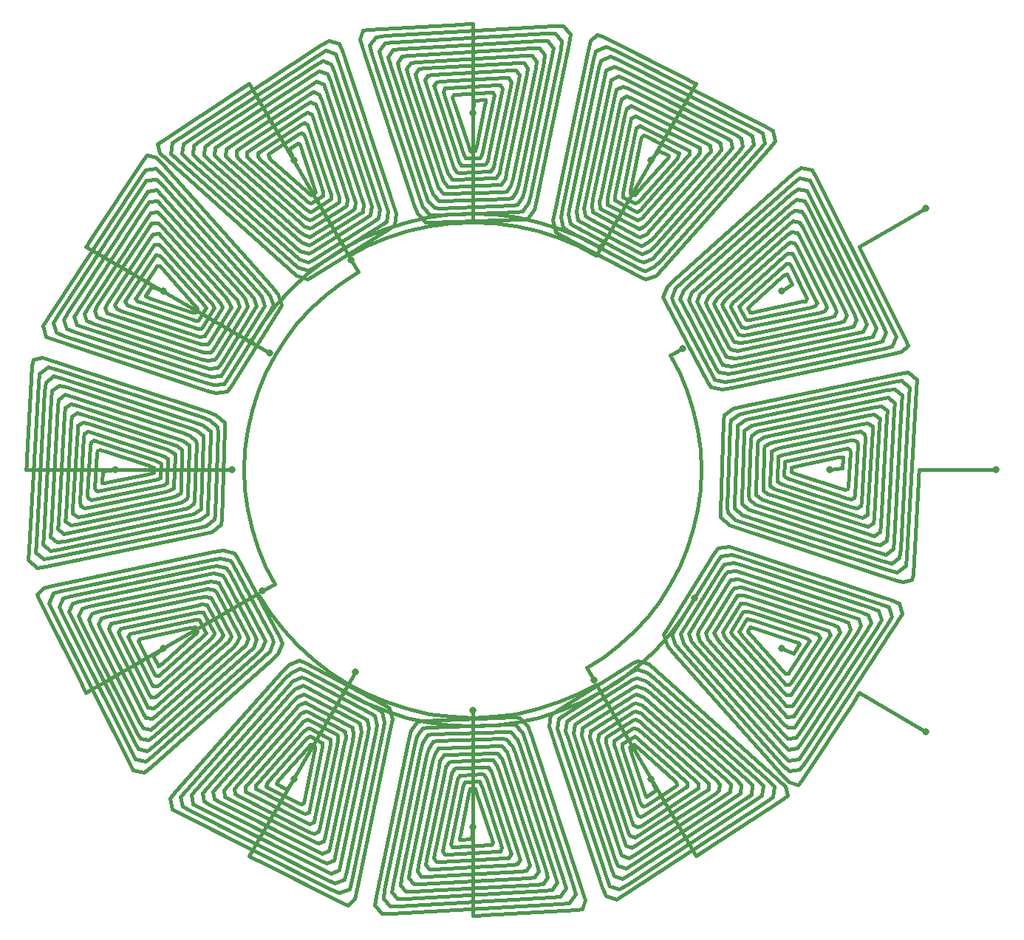
<source format=gbr>
%TF.GenerationSoftware,KiCad,Pcbnew,7.0.7*%
%TF.CreationDate,2023-10-13T08:16:47+05:30*%
%TF.ProjectId,12W,3132572e-6b69-4636-9164-5f7063625858,rev?*%
%TF.SameCoordinates,Original*%
%TF.FileFunction,Copper,L1,Top*%
%TF.FilePolarity,Positive*%
%FSLAX46Y46*%
G04 Gerber Fmt 4.6, Leading zero omitted, Abs format (unit mm)*
G04 Created by KiCad (PCBNEW 7.0.7) date 2023-10-13 08:16:47*
%MOMM*%
%LPD*%
G01*
G04 APERTURE LIST*
%TA.AperFunction,ViaPad*%
%ADD10C,0.800000*%
%TD*%
%TA.AperFunction,Conductor*%
%ADD11C,0.400000*%
%TD*%
G04 APERTURE END LIST*
D10*
%TO.N,coils*%
X170475000Y-64536259D03*
X129525000Y-135463740D03*
X164700000Y-74538853D03*
X129524999Y-64536259D03*
X175461146Y-114699999D03*
X210000000Y-100000000D03*
X185463740Y-79525000D03*
X125924493Y-113899999D03*
X150000000Y-59050000D03*
X170475000Y-135463740D03*
X185463740Y-120475000D03*
X163900000Y-124075506D03*
X135300000Y-125461146D03*
X114536259Y-120475000D03*
X190950000Y-100000000D03*
X201961524Y-130000000D03*
X136600000Y-123209480D03*
X201961524Y-70000000D03*
X150000000Y-140950000D03*
X174075506Y-86100000D03*
X114536259Y-79524999D03*
X136100000Y-75924493D03*
X126790519Y-86600000D03*
X150000000Y-127600000D03*
X109050000Y-100000000D03*
X122400000Y-100000000D03*
X124538853Y-85300000D03*
%TD*%
D11*
%TO.N,coils*%
X119419218Y-84529757D02*
X121275565Y-81568579D01*
X152475223Y-128291929D02*
X150000000Y-128400000D01*
X132920998Y-55782295D02*
X133191999Y-56483024D01*
X173766057Y-80399596D02*
X173962346Y-80870372D01*
X161788179Y-148683127D02*
X161026836Y-149666603D01*
X181927535Y-119008079D02*
X185607153Y-123119772D01*
X118479470Y-118556571D02*
X118476585Y-118520003D01*
X114556078Y-101729471D02*
X114972547Y-101505502D01*
X152398315Y-57417686D02*
X151139879Y-63500487D01*
X129388439Y-75212318D02*
X117354538Y-64442992D01*
X166399758Y-68120070D02*
X168075245Y-60118009D01*
X126233942Y-119600403D02*
X126037653Y-119129627D01*
X137397553Y-49627555D02*
X138008819Y-49536379D01*
X119572846Y-93304060D02*
X101704142Y-87438064D01*
X131473802Y-81473802D02*
X133158964Y-79929635D01*
X163440510Y-130746816D02*
X163495865Y-129972445D01*
X168344557Y-123117418D02*
X168854711Y-122858779D01*
X168261888Y-57386111D02*
X177878036Y-62227566D01*
X107386111Y-118261888D02*
X112227566Y-127878036D01*
X105477981Y-82116421D02*
X105782295Y-82920998D01*
X183347779Y-96266415D02*
X182704831Y-96701539D01*
X148262642Y-64191291D02*
X145712625Y-56423560D01*
X113439920Y-100277086D02*
X113458575Y-99764279D01*
X131853983Y-132425247D02*
X130723186Y-137825886D01*
X179581911Y-81182470D02*
X179633147Y-81327590D01*
X141372132Y-53309672D02*
X141922321Y-52552675D01*
X158560279Y-50806797D02*
X159261325Y-51608905D01*
X148741257Y-48922050D02*
X149370628Y-48886025D01*
X170811995Y-123895199D02*
X183836173Y-135550739D01*
X178857476Y-110781807D02*
X178547916Y-111187187D01*
X167084644Y-54110776D02*
X181213629Y-61224315D01*
X120169399Y-119219727D02*
X120418088Y-118817529D01*
X155069659Y-68049648D02*
X154493766Y-68843581D01*
X141027563Y-71885835D02*
X140526035Y-72265229D01*
X154493766Y-68843581D02*
X154047009Y-68902777D01*
X169039187Y-141899192D02*
X168583974Y-142161333D01*
X184678026Y-62345192D02*
X184014523Y-63176208D01*
X153949906Y-132366972D02*
X154216648Y-133117930D01*
X144262303Y-131251637D02*
X144908581Y-130382211D01*
X140738674Y-148391094D02*
X140876060Y-147494203D01*
X149966875Y-48851896D02*
X150000000Y-48849999D01*
X167973913Y-146419638D02*
X167183181Y-146882703D01*
X181531233Y-93362914D02*
X180552923Y-93594265D01*
X121671758Y-63976030D02*
X121723319Y-63246498D01*
X162762766Y-69994426D02*
X162907240Y-69210706D01*
X112743083Y-80211805D02*
X113011567Y-80304614D01*
X172689865Y-86900000D02*
X173745264Y-88927401D01*
X103292434Y-92905374D02*
X103215045Y-93622584D01*
X154782857Y-128376008D02*
X155413509Y-128408875D01*
X119284241Y-84694763D02*
X119419218Y-84529757D01*
X138795351Y-149949032D02*
X138954454Y-148897600D01*
X146279774Y-55462947D02*
X153665481Y-55040186D01*
X192865073Y-82308874D02*
X192613888Y-81738111D01*
X180804084Y-83537556D02*
X180897448Y-83661981D01*
X181156418Y-95506233D02*
X181097222Y-95952990D01*
X131225937Y-139238988D02*
X130864467Y-139468543D01*
X138954454Y-148897600D02*
X142675763Y-130910198D01*
X118900151Y-93923882D02*
X102294069Y-88472384D01*
X101474041Y-115283780D02*
X101927220Y-116299815D01*
X125924493Y-113899999D02*
X127310134Y-113100000D01*
X115393151Y-97827444D02*
X114863986Y-97642819D01*
X123202252Y-118901018D02*
X120635282Y-114056250D01*
X113685810Y-123628881D02*
X114044180Y-123599314D01*
X180465735Y-63558070D02*
X170944356Y-74248878D01*
X137408820Y-70399210D02*
X137099590Y-70638937D01*
X131924754Y-139881990D02*
X131806107Y-140340979D01*
X193284012Y-96640881D02*
X185878477Y-98172969D01*
X137092759Y-130789293D02*
X134327891Y-143994198D01*
X151437512Y-58119384D02*
X150452729Y-62879452D01*
X178485820Y-109877122D02*
X178141343Y-110330575D01*
X150497712Y-137154096D02*
X152218733Y-142396585D01*
X136475371Y-149170953D02*
X135727816Y-149925040D01*
X114449079Y-122185229D02*
X118079027Y-118952348D01*
X120145790Y-107073771D02*
X121166201Y-106286724D01*
X118786370Y-138775684D02*
X117989978Y-138322423D01*
X130269116Y-122796748D02*
X130794169Y-123017213D01*
X126631840Y-135678207D02*
X130763078Y-131039565D01*
X111964467Y-130812715D02*
X112911522Y-130985122D01*
X121591124Y-94586490D02*
X120619529Y-93680293D01*
X180448962Y-84514708D02*
X181056687Y-84578064D01*
X196952924Y-85287129D02*
X197393781Y-84234750D01*
X162561935Y-148295857D02*
X162872804Y-149345609D01*
X179658936Y-118445897D02*
X179597863Y-118588965D01*
X167477059Y-55202555D02*
X180101764Y-61558732D01*
X140585277Y-129698658D02*
X136731027Y-148106407D01*
X174787681Y-120611560D02*
X185557007Y-132645461D01*
X144310928Y-129608005D02*
X144875869Y-129536406D01*
X177789931Y-118416943D02*
X177672410Y-118664893D01*
X114442992Y-67354538D02*
X113781817Y-66694010D01*
X131182470Y-129581911D02*
X131327590Y-129633147D01*
X197549749Y-117707594D02*
X198063045Y-116832983D01*
X142649539Y-72567706D02*
X145068391Y-72031459D01*
X137099590Y-70638937D02*
X131612011Y-74079073D01*
X186187355Y-71900123D02*
X177513935Y-79624788D01*
X178954489Y-112043798D02*
X174986423Y-118373511D01*
X170659783Y-73367471D02*
X170136449Y-73925890D01*
X177513935Y-79624788D02*
X177013232Y-80092731D01*
X125405070Y-64121690D02*
X125387005Y-63693871D01*
X120638937Y-87099590D02*
X124079073Y-81612011D01*
X168359034Y-124051920D02*
X168816747Y-123821505D01*
X157574429Y-146026060D02*
X157094625Y-146707565D01*
X139631072Y-127758048D02*
X139896401Y-128954458D01*
X151580105Y-135353473D02*
X151737357Y-135808708D01*
X179572678Y-136072522D02*
X179497908Y-136902625D01*
X121452083Y-88812812D02*
X125948079Y-81640965D01*
X121642391Y-80190179D02*
X114417919Y-72117382D01*
X168905384Y-130769775D02*
X169208514Y-131035053D01*
X181920972Y-81047651D02*
X181708846Y-81238633D01*
X149764279Y-63458575D02*
X149728896Y-63443488D01*
X120027554Y-86504134D02*
X120232364Y-86242979D01*
X162900409Y-129361062D02*
X168387988Y-125920926D01*
X176673984Y-80791033D02*
X176797747Y-81098981D01*
X180174208Y-114613631D02*
X177789931Y-118416943D01*
X170375211Y-72486064D02*
X169907268Y-72986767D01*
X113100298Y-129754154D02*
X113685357Y-129282806D01*
X185463740Y-79525000D02*
X186609721Y-78693007D01*
X191938094Y-83126323D02*
X192544961Y-82966447D01*
X132017000Y-58103170D02*
X132229537Y-58659205D01*
X172185229Y-64449079D02*
X168952348Y-68079027D01*
X120926671Y-64424187D02*
X120427321Y-63927477D01*
X179608005Y-94310928D02*
X179536406Y-94875869D01*
X181527942Y-118474852D02*
X181523315Y-118513038D01*
X199187542Y-92356046D02*
X199193202Y-91439720D01*
X119999523Y-114632563D02*
X119293683Y-114535545D01*
X101073156Y-89956216D02*
X100967144Y-90965394D01*
X186441929Y-69534264D02*
X175751121Y-79055643D01*
X181757430Y-82805285D02*
X182152588Y-82727112D01*
X124265982Y-135932781D02*
X130193933Y-129276750D01*
X188246775Y-80168454D02*
X186434765Y-76569421D01*
X120402136Y-81411034D02*
X120173046Y-80954851D01*
X120384589Y-137748642D02*
X120245845Y-136899701D01*
X131766223Y-56658323D02*
X132468999Y-56942733D01*
X117820554Y-82737408D02*
X118168841Y-82847911D01*
X165305236Y-130715758D02*
X165470242Y-130580781D01*
X173256740Y-79176009D02*
X172796748Y-80269116D01*
X118654066Y-117190745D02*
X118242569Y-117194714D01*
X130399596Y-123766057D02*
X130870372Y-123962346D01*
X123001511Y-80535558D02*
X122534873Y-79989744D01*
X157263145Y-147534254D02*
X143151740Y-148341996D01*
X194697526Y-105467554D02*
X195228046Y-105128519D01*
X138123622Y-129655201D02*
X137965888Y-130516634D01*
X158972436Y-128114164D02*
X159473964Y-127734770D01*
X197078355Y-86130243D02*
X198054915Y-85867299D01*
X121142523Y-89218192D02*
X121452083Y-88812812D01*
X143680293Y-70619529D02*
X143304060Y-69572846D01*
X119644055Y-113649156D02*
X118938047Y-113780369D01*
X186504058Y-124348620D02*
X189638970Y-119571824D01*
X127814770Y-135550920D02*
X131047651Y-131920972D01*
X162872804Y-149345609D02*
X162602446Y-150372444D01*
X127567597Y-136043109D02*
X127511579Y-135998679D01*
X115908200Y-98400138D02*
X115887779Y-98186174D01*
X116517659Y-61847555D02*
X132558723Y-51320138D01*
X178604087Y-90782791D02*
X179698658Y-90585277D01*
X136220163Y-129551991D02*
X136350843Y-130355944D01*
X130991920Y-68072464D02*
X126880227Y-64392846D01*
X196650905Y-94743129D02*
X196651880Y-94120075D01*
X188415516Y-119338995D02*
X188076523Y-119214154D01*
X103473924Y-90541024D02*
X102645406Y-90318695D01*
X117897756Y-81920016D02*
X118169272Y-81980706D01*
X116724741Y-97945424D02*
X116702542Y-97671933D01*
X182179445Y-117262591D02*
X181831158Y-117152088D01*
X118716126Y-117264508D02*
X118654066Y-117190745D01*
X195022251Y-84928675D02*
X195850933Y-84706958D01*
X148700414Y-65073015D02*
X148419894Y-64646526D01*
X113733264Y-65449572D02*
X112500878Y-65617177D01*
X131312949Y-130551220D02*
X131403793Y-130578281D01*
X134703700Y-68711012D02*
X134694763Y-69284241D01*
X175575000Y-55702800D02*
X164200000Y-75404878D01*
X114863986Y-97642819D02*
X105833633Y-94678305D01*
X182216090Y-62722745D02*
X181648664Y-63430782D01*
X187740347Y-131198910D02*
X196419638Y-117973913D01*
X180715758Y-115305236D02*
X180580781Y-115470242D01*
X175112845Y-119743969D02*
X175680163Y-120411125D01*
X160368927Y-72241951D02*
X160103598Y-71045541D01*
X197705930Y-111527615D02*
X198683127Y-111788179D01*
X181099848Y-106076117D02*
X197705930Y-111527615D01*
X128244337Y-118255168D02*
X126736081Y-116289570D01*
X119421718Y-118596206D02*
X118716126Y-117264508D01*
X171896052Y-118892674D02*
X172284380Y-120163261D01*
X153596826Y-133790625D02*
X157390334Y-145346221D01*
X187122203Y-127773765D02*
X193029304Y-118772869D01*
X131626488Y-75013576D02*
X131221216Y-75215768D01*
X177220798Y-62825139D02*
X177292218Y-63477851D01*
X137237233Y-130005573D02*
X137092759Y-130789293D01*
X114455528Y-64973115D02*
X113701851Y-64179019D01*
X105302473Y-94532445D02*
X104771953Y-94871480D01*
X168583974Y-142161333D02*
X167982999Y-141896829D01*
X178376008Y-104782857D02*
X178408875Y-105413509D01*
X186823791Y-65985476D02*
X173106899Y-78201926D01*
X166692230Y-53018998D02*
X182325493Y-60889898D01*
X175920926Y-118387988D02*
X175746957Y-118740820D01*
X152869787Y-55885732D02*
X153199569Y-55889441D01*
X119374608Y-89982267D02*
X120337525Y-90271067D01*
X155280725Y-55312590D02*
X153201331Y-65363592D01*
X170944356Y-74248878D02*
X170365629Y-74865013D01*
X174869713Y-78771071D02*
X174195863Y-79405190D01*
X168672409Y-70366852D02*
X166462443Y-69195915D01*
X177941310Y-119324676D02*
X178357608Y-119809820D01*
X153359118Y-56715987D02*
X151827030Y-64121522D01*
X112671748Y-71084519D02*
X105840584Y-81493449D01*
X180819648Y-110923339D02*
X179933560Y-110656827D01*
X152700808Y-66520961D02*
X152431328Y-66561552D01*
X177882617Y-135582080D02*
X178328241Y-136023969D01*
X185575812Y-129073328D02*
X186072522Y-129572678D01*
X114436724Y-68545249D02*
X113830371Y-67938447D01*
X107455038Y-117033552D02*
X107134926Y-117691125D01*
X175307256Y-93218941D02*
X175801963Y-95450417D01*
X176998488Y-119464441D02*
X177465126Y-120010255D01*
X162512616Y-130475731D02*
X162591179Y-129600789D01*
X124165776Y-63544746D02*
X124509664Y-63289893D01*
X194278994Y-125602738D02*
X194297199Y-125574999D01*
X103117296Y-82816818D02*
X103461419Y-83824996D01*
X134327891Y-143994198D02*
X134126788Y-144748942D01*
X114321792Y-123368159D02*
X118960434Y-119236921D01*
X104621857Y-83372997D02*
X105394934Y-83673230D01*
X128486498Y-123988306D02*
X129176009Y-123256740D01*
X161584721Y-130204645D02*
X161686493Y-129229133D01*
X131539625Y-69406560D02*
X131448997Y-69439410D01*
X196261604Y-83753281D02*
X195889223Y-82915355D01*
X167079001Y-144217704D02*
X166808000Y-143516975D01*
X99121365Y-109235342D02*
X99112582Y-110347183D01*
X147490711Y-67541283D02*
X147157693Y-67517306D01*
X107580019Y-101476203D02*
X107840467Y-101491379D01*
X187200873Y-131940365D02*
X187740347Y-131198910D01*
X120502091Y-63097374D02*
X121084519Y-62671748D01*
X138349942Y-127925350D02*
X138778344Y-128206534D01*
X147820638Y-56991232D02*
X148051235Y-56961548D01*
X158163135Y-53207495D02*
X155262784Y-67226696D01*
X164613631Y-130174208D02*
X168416943Y-127789931D01*
X145100730Y-70776361D02*
X144272743Y-69872904D01*
X151405475Y-57569550D02*
X151476203Y-57580019D01*
X162034111Y-69483365D02*
X165071324Y-54977748D01*
X174830282Y-63855404D02*
X174551088Y-64194505D01*
X131416025Y-57838666D02*
X132017000Y-58103170D01*
X179971317Y-89712147D02*
X197078355Y-86130243D01*
X185805494Y-75448911D02*
X180158157Y-80478506D01*
X131525147Y-68472057D02*
X131486961Y-68476684D01*
X186218182Y-133305989D02*
X187349997Y-133161593D01*
X113176208Y-134014523D02*
X126893100Y-121798073D01*
X147035997Y-68357824D02*
X146643452Y-68332070D01*
X145013527Y-145804773D02*
X144625319Y-145275218D01*
X148419894Y-64646526D02*
X148262642Y-64191291D01*
X120245845Y-136899701D02*
X120717193Y-136314642D01*
X132710768Y-57571115D02*
X136359838Y-68597581D01*
X159112124Y-130431135D02*
X158801038Y-129391389D01*
X125457557Y-136769182D02*
X125173812Y-136601079D01*
X175501194Y-135594616D02*
X175839366Y-135926863D01*
X146129211Y-69146833D02*
X145457643Y-68379653D01*
X190769081Y-119305506D02*
X190980991Y-118934172D01*
X150393396Y-63158649D02*
X150310197Y-63424134D01*
X199170953Y-86475371D02*
X199925040Y-85727816D01*
X151729471Y-64556078D02*
X151505502Y-64972547D01*
X146837585Y-56251472D02*
X147165504Y-56212247D01*
X116562641Y-139444518D02*
X115595367Y-138896204D01*
X193057266Y-117531000D02*
X192428884Y-117289231D01*
X155256870Y-53349094D02*
X155879924Y-53348119D01*
X181393927Y-117183465D02*
X180593439Y-118460374D01*
X194496248Y-95596980D02*
X193985710Y-95680077D01*
X174594929Y-135878309D02*
X174612994Y-136306128D01*
X143479008Y-54638206D02*
X143888427Y-54032194D01*
X168251692Y-140252704D02*
X165451376Y-131790931D01*
X106048685Y-73897961D02*
X105721005Y-74397261D01*
X118791838Y-87265445D02*
X119524268Y-87487383D01*
X186100261Y-137322593D02*
X185616477Y-137707186D01*
X151476203Y-57580019D02*
X151491379Y-57840467D01*
X129588874Y-74319836D02*
X118545249Y-64436724D01*
X182373701Y-118168198D02*
X182102243Y-118079983D01*
X168654302Y-58477889D02*
X176766171Y-62561983D01*
X169861362Y-78172560D02*
X169282033Y-77927920D01*
X186481402Y-101117535D02*
X192986512Y-103253053D01*
X139767012Y-149170063D02*
X139915257Y-148195901D01*
X150452729Y-62879452D02*
X150393396Y-63158649D01*
X137575023Y-73354551D02*
X139944607Y-72373036D01*
X118606072Y-82816534D02*
X119406560Y-81539625D01*
X169678088Y-72047645D02*
X169078487Y-72356706D01*
X102294069Y-88472384D02*
X101316872Y-88211820D01*
X146643452Y-68332070D02*
X146050093Y-67633027D01*
X131448997Y-69439410D02*
X131094615Y-69230224D01*
X103047075Y-114712870D02*
X102606218Y-115765249D01*
X128201926Y-123106899D02*
X128946829Y-122317617D01*
X173350492Y-135829756D02*
X173391766Y-136157004D01*
X139652816Y-150887417D02*
X138795351Y-149949032D01*
X103909193Y-107202332D02*
X116605661Y-104575633D01*
X169617001Y-61663633D02*
X169831545Y-61753224D01*
X192582313Y-97601684D02*
X186499512Y-98860120D01*
X131094615Y-69230224D02*
X130791485Y-68964946D01*
X127682382Y-121053170D02*
X128172560Y-119861362D01*
X179600789Y-112591179D02*
X179361062Y-112900409D01*
X103973939Y-92425570D02*
X103292434Y-92905374D01*
X144875869Y-129536406D02*
X154328143Y-129192550D01*
X185616477Y-137707186D02*
X176629077Y-143605430D01*
X118291153Y-118761366D02*
X118479470Y-118556571D01*
X125689516Y-64399115D02*
X125405070Y-64121690D01*
X102501011Y-106773376D02*
X103166843Y-107318003D01*
X183479038Y-97299191D02*
X183438447Y-97568671D01*
X113558070Y-130465735D02*
X124248878Y-120944356D01*
X104638206Y-93479008D02*
X104032194Y-93888427D01*
X158627867Y-146690327D02*
X158077678Y-147447324D01*
X145506233Y-131156418D02*
X145952990Y-131097222D01*
X98886025Y-99370628D02*
X98851896Y-99966875D01*
X173119772Y-135607153D02*
X173350492Y-135829756D01*
X153720225Y-144537052D02*
X146334518Y-144959813D01*
X151813825Y-134112220D02*
X152172555Y-134606848D01*
X122986767Y-119907268D02*
X123326015Y-119208966D01*
X179662474Y-109728932D02*
X178485820Y-109877122D01*
X131597533Y-73144571D02*
X131297143Y-73290315D01*
X119187284Y-138035532D02*
X119014877Y-137088477D01*
X105840584Y-81493449D02*
X105477981Y-82116421D01*
X114742557Y-102514181D02*
X115254792Y-102397509D01*
X153431357Y-56282720D02*
X153359118Y-56715987D01*
X105251057Y-115873211D02*
X104870572Y-116728187D01*
X196690327Y-108627867D02*
X197447324Y-108077678D01*
X150000000Y-71600000D02*
X152475223Y-71708070D01*
X180812715Y-61964467D02*
X180985122Y-62911522D01*
X113246498Y-71723319D02*
X112877796Y-72226234D01*
X114399115Y-75689516D02*
X114121690Y-75405070D01*
X132816818Y-53117296D02*
X133824996Y-53461419D01*
X130382998Y-138336366D02*
X130168454Y-138246775D01*
X176632528Y-79340216D02*
X176074109Y-79863550D01*
X120427321Y-63927477D02*
X120502091Y-63097374D01*
X184636407Y-96798668D02*
X184046493Y-96934453D01*
X144050065Y-132152268D02*
X144262303Y-131251637D01*
X127628661Y-135765536D02*
X127814770Y-135550920D01*
X110761011Y-118774062D02*
X110531456Y-119135532D01*
X168664893Y-127672410D02*
X169324676Y-127941310D01*
X187322593Y-136100261D02*
X187707186Y-135616477D01*
X139669424Y-71858656D02*
X131655442Y-76882581D01*
X113693871Y-75387005D02*
X113495941Y-75651379D01*
X184218855Y-98107232D02*
X184091799Y-101599861D01*
X157643953Y-50812457D02*
X158560279Y-50806797D01*
X121476813Y-136710925D02*
X121900123Y-136187355D01*
X173206905Y-136298010D02*
X169838143Y-138508858D01*
X113956890Y-122432402D02*
X114001320Y-122488420D01*
X120448008Y-113779836D02*
X119644055Y-113649156D01*
X186455253Y-125834223D02*
X186710106Y-125490335D01*
X180344102Y-114400550D02*
X180174208Y-114613631D01*
X185724883Y-100690433D02*
X185741747Y-100785344D01*
X121115071Y-113254186D02*
X120896494Y-112927109D01*
X196882703Y-117183181D02*
X196538580Y-116175003D01*
X186902625Y-129497908D02*
X187328251Y-128915480D01*
X111390686Y-133207326D02*
X112533969Y-133447058D01*
X200878634Y-90764657D02*
X200887417Y-89652816D01*
X177773765Y-137122203D02*
X168772869Y-143029304D01*
X193748527Y-103162414D02*
X193787752Y-102834495D01*
X174310483Y-135600884D02*
X174594929Y-135878309D01*
X122257119Y-118824815D02*
X120155493Y-114858314D01*
X145596980Y-144496248D02*
X145680077Y-143985710D01*
X107061689Y-102459696D02*
X107417686Y-102398315D01*
X186769182Y-75457557D02*
X186601079Y-75173812D01*
X168416943Y-127789931D02*
X168664893Y-127672410D01*
X177445561Y-89152007D02*
X177758048Y-89631072D01*
X170823990Y-76743259D02*
X169730883Y-77203251D01*
X133727107Y-142966146D02*
X133546618Y-143646952D01*
X169305506Y-140769081D02*
X168934172Y-140980991D01*
X181620346Y-104542356D02*
X182445236Y-104836471D01*
X174986423Y-118373511D02*
X174784231Y-118778783D01*
X195693156Y-115845538D02*
X180819648Y-110923339D01*
X130660554Y-125704675D02*
X131022778Y-125852613D01*
X148107232Y-134218855D02*
X151599861Y-134091799D01*
X100829046Y-113524628D02*
X100074959Y-114272183D01*
X187707186Y-135616477D02*
X193605430Y-126629077D01*
X111146061Y-118676029D02*
X110761011Y-118774062D01*
X155134806Y-130873721D02*
X155456294Y-131772542D01*
X112911522Y-130985122D02*
X113558070Y-130465735D01*
X131411034Y-70402136D02*
X130954851Y-70173046D01*
X152074093Y-56731278D02*
X152306117Y-56736548D01*
X130953282Y-140430331D02*
X124345692Y-137103599D01*
X176200000Y-100000000D02*
X176100301Y-102283480D01*
X169408950Y-130142572D02*
X175501194Y-135594616D01*
X130161856Y-61491141D02*
X130365430Y-61379693D01*
X131183252Y-76178494D02*
X130116266Y-75829976D01*
X162043798Y-128954489D02*
X168373511Y-124986423D01*
X138778344Y-128206534D02*
X139010012Y-129304830D01*
X122707781Y-136522148D02*
X123083052Y-136060068D01*
X118209068Y-84548623D02*
X118711012Y-84703700D01*
X115536680Y-97022996D02*
X105243705Y-93643985D01*
X178655019Y-87925617D02*
X179655201Y-88123622D01*
X121115868Y-80815087D02*
X120749909Y-80390614D01*
X112845903Y-99502287D02*
X107603414Y-97781266D01*
X187154096Y-100497712D02*
X192396585Y-102218733D01*
X156076117Y-131099848D02*
X161527615Y-147705930D01*
X104297639Y-82466620D02*
X104621857Y-83372997D01*
X167190745Y-68654066D02*
X167194714Y-68242569D01*
X175834223Y-136455253D02*
X175490335Y-136710106D01*
X188896204Y-65595367D02*
X187654807Y-65321973D01*
X159060731Y-148187084D02*
X158148875Y-148283555D01*
X142681996Y-146833156D02*
X142797667Y-146090806D01*
X180158157Y-80478506D02*
X179830600Y-80780272D01*
X113303495Y-132831594D02*
X126011693Y-121513501D01*
X162927109Y-70896494D02*
X162762766Y-69994426D01*
X193717279Y-96568642D02*
X193284012Y-96640881D01*
X147781266Y-57603414D02*
X147692758Y-57295274D01*
X129918167Y-120081832D02*
X128244337Y-118255168D01*
X103964346Y-94508314D02*
X103349094Y-105256870D01*
X179754154Y-63100298D02*
X179282806Y-63685357D01*
X164272183Y-50074959D02*
X164847143Y-50301632D01*
X185594616Y-125501194D02*
X185926863Y-125839366D01*
X107569550Y-101405475D02*
X107580019Y-101476203D01*
X118943312Y-115421935D02*
X118392729Y-115526628D01*
X184091799Y-101599861D02*
X184112220Y-101813825D01*
X113390278Y-121306992D02*
X113956890Y-122432402D01*
X185808708Y-101737357D02*
X193576439Y-104287374D01*
X170010255Y-127465126D02*
X179073328Y-135575812D01*
X120341063Y-81554102D02*
X120402136Y-81411034D01*
X174735366Y-80530075D02*
X174907480Y-80946575D01*
X106942733Y-82468999D02*
X107571115Y-82710768D01*
X130256030Y-74887154D02*
X129588874Y-74319836D01*
X134694763Y-69284241D02*
X134529757Y-69419218D01*
X178408875Y-105413509D02*
X179380470Y-106319706D01*
X168772869Y-143029304D02*
X168233776Y-143341676D01*
X103218753Y-84635692D02*
X119374608Y-89982267D01*
X131051991Y-128612602D02*
X131251387Y-128688014D01*
X188136998Y-80645766D02*
X188336366Y-80382998D01*
X179282806Y-63685357D02*
X170659783Y-73367471D01*
X135152856Y-149698367D02*
X125551128Y-144864172D01*
X193951314Y-126102038D02*
X194278994Y-125602738D01*
X168526197Y-118526197D02*
X166841035Y-120070364D01*
X135599449Y-69655897D02*
X135386368Y-69825791D01*
X117574752Y-118146016D02*
X112174113Y-119276813D01*
X136731027Y-148106407D02*
X136475371Y-149170953D01*
X195702360Y-117533379D02*
X195378142Y-116627002D01*
X121045510Y-87956201D02*
X125013576Y-81626488D01*
X101804098Y-110084742D02*
X118468766Y-106637085D01*
X198926843Y-110043783D02*
X199032855Y-109034605D01*
X104653778Y-92609665D02*
X103973939Y-92425570D01*
X167770462Y-141340794D02*
X164545769Y-131596675D01*
X126178494Y-81183252D02*
X125829976Y-80116266D01*
X145163528Y-67554763D02*
X140541024Y-53473924D01*
X155413509Y-128408875D02*
X156319706Y-129380470D01*
X110555481Y-133437358D02*
X111103795Y-134404632D01*
X126736081Y-116289570D02*
X125404878Y-114200000D01*
X154575633Y-66605661D02*
X154401621Y-67350934D01*
X140318695Y-52645406D02*
X140939268Y-51812915D01*
X119253183Y-86559489D02*
X120027554Y-86504134D01*
X131251387Y-128688014D02*
X134339620Y-130324295D01*
X99536379Y-88008819D02*
X98922050Y-98741257D01*
X124454634Y-144312119D02*
X124425000Y-144297199D01*
X117847411Y-117272887D02*
X111146061Y-118676029D01*
X118801089Y-62259652D02*
X132026086Y-53580361D01*
X101140544Y-84728993D02*
X102130663Y-85116923D01*
X129929635Y-83158964D02*
X131473802Y-81473802D01*
X118986094Y-88171053D02*
X119795354Y-88415278D01*
X119524268Y-87487383D02*
X120399210Y-87408820D01*
X128987569Y-76997281D02*
X114973115Y-64455528D01*
X113398920Y-124826187D02*
X113855404Y-124830282D01*
X190252704Y-118251692D02*
X181790931Y-115451376D01*
X176766171Y-62561983D02*
X177220798Y-62825139D01*
X121166201Y-106286724D02*
X121244001Y-105662691D01*
X134578064Y-131056687D02*
X134473371Y-131607270D01*
X190910042Y-82525539D02*
X191442970Y-82386277D01*
X121010099Y-138106850D02*
X120384589Y-137748642D01*
X163757020Y-129767635D02*
X168402466Y-126855428D01*
X131959923Y-68199499D02*
X131525147Y-68472057D01*
X194580686Y-74988064D02*
X194312119Y-74454634D01*
X105243705Y-93643985D02*
X104638206Y-93479008D01*
X119014877Y-137088477D02*
X119534264Y-136441929D01*
X163640161Y-131402418D02*
X163440510Y-130746816D01*
X131373070Y-71364863D02*
X130815087Y-71115868D01*
X119447076Y-106405734D02*
X120391994Y-105689071D01*
X125804136Y-120594809D02*
X126233942Y-119600403D01*
X172488420Y-64001320D02*
X172371338Y-64234463D01*
X152842306Y-132482693D02*
X153357456Y-133113597D01*
X185569543Y-130264039D02*
X186121075Y-130817115D01*
X160232987Y-50829936D02*
X160084742Y-51804098D01*
X135454230Y-68403324D02*
X135631594Y-68982098D01*
X151354207Y-65000736D02*
X148854852Y-65091658D01*
X128172560Y-119861362D02*
X127927920Y-119282033D01*
X130715628Y-60199351D02*
X131113003Y-60424046D01*
X146640881Y-143284012D02*
X148172969Y-135878477D01*
X110118009Y-118075245D02*
X109659020Y-118193892D01*
X197869336Y-114883076D02*
X180431135Y-109112124D01*
X154542356Y-131620346D02*
X154836471Y-132445236D01*
X120391994Y-105689071D02*
X120463593Y-105124130D01*
X147030111Y-132658039D02*
X152509288Y-132458716D01*
X135299999Y-74538853D02*
X137575023Y-73354551D01*
X121045541Y-110103598D02*
X120028682Y-110287852D01*
X148400138Y-65908200D02*
X148186174Y-65887779D01*
X119089801Y-107324236D02*
X120145790Y-107073771D01*
X104710472Y-81759767D02*
X104297639Y-82466620D01*
X131009452Y-130769723D02*
X131312949Y-130551220D01*
X149370628Y-48886025D02*
X149966875Y-48851896D01*
X119994426Y-112762766D02*
X119210706Y-112907240D01*
X154047009Y-68902777D02*
X146581283Y-69174366D01*
X167869473Y-56294333D02*
X178989900Y-61893149D01*
X111893149Y-128989900D02*
X112251357Y-129615410D01*
X124198036Y-104549582D02*
X123899698Y-102283480D01*
X130190179Y-71642391D02*
X122117382Y-64417919D01*
X132026086Y-53580361D02*
X132816818Y-53117296D01*
X119756024Y-111160981D02*
X103949696Y-114470540D01*
X152514181Y-64742557D02*
X152397509Y-65254792D01*
X192161333Y-118583974D02*
X191896829Y-117982999D01*
X182325493Y-60889898D02*
X183207326Y-61390686D01*
X147524776Y-71708070D02*
X150000000Y-71600000D01*
X174619946Y-108960927D02*
X173745264Y-111072598D01*
X129211060Y-79211060D02*
X131102044Y-77478293D01*
X119280863Y-62948250D02*
X119942804Y-62465700D01*
X130390614Y-70749909D02*
X123308094Y-64411651D01*
X131568579Y-71275565D02*
X131373070Y-71364863D01*
X173430578Y-63565234D02*
X173628881Y-63685810D01*
X187461751Y-71581895D02*
X186710925Y-71476813D01*
X104870572Y-116728187D02*
X105202555Y-117477059D01*
X147022996Y-65536680D02*
X143643985Y-55243705D01*
X108557029Y-117613722D02*
X108267102Y-118172594D01*
X186023969Y-128328241D02*
X186753501Y-128276680D01*
X126997281Y-78987569D02*
X114455528Y-64973115D01*
X186609721Y-78693007D02*
X186043109Y-77567597D01*
X131227130Y-56970695D02*
X131766223Y-56658323D01*
X161991180Y-150463620D02*
X151258742Y-151077949D01*
X144120075Y-146651880D02*
X143653658Y-146054187D01*
X135464454Y-130706316D02*
X135346500Y-131334611D01*
X167114608Y-131459070D02*
X167183465Y-131393927D01*
X118379653Y-95457643D02*
X117554763Y-95163528D01*
X104194640Y-104461176D02*
X104195226Y-104986472D01*
X185975416Y-127083804D02*
X186604377Y-127055451D01*
X137925617Y-128655019D02*
X138123622Y-129655201D01*
X142675763Y-130910198D02*
X142926228Y-129854209D01*
X159713372Y-73312729D02*
X162002358Y-74260858D01*
X169838143Y-138508858D02*
X169634569Y-138620306D01*
X119841842Y-119521493D02*
X120169399Y-119219727D01*
X138973163Y-50333396D02*
X140079664Y-50217843D01*
X186846724Y-100395205D02*
X187154096Y-100497712D01*
X131920016Y-67897756D02*
X131980706Y-68169272D01*
X176797747Y-81098981D02*
X179364717Y-85943749D01*
X187051749Y-130719136D02*
X187534299Y-130057195D01*
X113544746Y-74165776D02*
X113289893Y-74509664D01*
X179364717Y-85943749D02*
X179551991Y-86220163D01*
X98922050Y-98741257D02*
X98886025Y-99370628D01*
X175545365Y-55687880D02*
X175575000Y-55702800D01*
X125173812Y-136601079D02*
X125169717Y-136144595D01*
X169730883Y-77203251D02*
X169205830Y-76982786D01*
X137438064Y-51704142D02*
X137127195Y-50654390D01*
X176855428Y-118402466D02*
X176709684Y-118702856D01*
X115000736Y-101354207D02*
X115091658Y-98854852D01*
X131234379Y-68287403D02*
X130991920Y-68072464D01*
X113158649Y-100393396D02*
X113424134Y-100310197D01*
X166209922Y-131087414D02*
X166326854Y-130987354D01*
X132735491Y-131283873D02*
X132809254Y-131345933D01*
X147642819Y-64863986D02*
X144678305Y-55833633D01*
X169339445Y-74295324D02*
X168977221Y-74147386D01*
X152218733Y-142396585D02*
X152307241Y-142704725D01*
X189164613Y-118732923D02*
X181985188Y-116356983D01*
X143362914Y-131531233D02*
X143594265Y-130552923D01*
X101945084Y-114132700D02*
X101474041Y-115283780D01*
X143594265Y-130552923D02*
X144310928Y-129608005D01*
X125013576Y-81626488D02*
X125215768Y-81221216D01*
X185955819Y-76400685D02*
X185678207Y-76631840D01*
X178395343Y-79909361D02*
X177952354Y-80321911D01*
X112053604Y-67659374D02*
X102450250Y-82292405D01*
X166873676Y-58061905D02*
X167033552Y-57455038D01*
X148508620Y-142159532D02*
X148562487Y-141880615D01*
X124988064Y-144580686D02*
X124454634Y-144312119D01*
X113565234Y-123430578D02*
X113685810Y-123628881D01*
X118168841Y-82847911D02*
X118540929Y-82885391D01*
X99959689Y-109453731D02*
X100829936Y-110232987D01*
X186560079Y-99722913D02*
X186541424Y-100235720D01*
X168556571Y-68479470D02*
X168520003Y-68476585D01*
X115953506Y-103065546D02*
X116520961Y-102700808D01*
X157390334Y-145346221D02*
X157574429Y-146026060D01*
X130530075Y-124735366D02*
X130946575Y-124907480D01*
X169788194Y-137256916D02*
X169695385Y-136988432D01*
X106294333Y-117869473D02*
X111893149Y-128989900D01*
X102300982Y-84276994D02*
X103218753Y-84635692D01*
X146800430Y-144110558D02*
X146568642Y-143717279D01*
X135141685Y-129844506D02*
X135367436Y-130000476D01*
X145585883Y-55966740D02*
X145854532Y-55511713D01*
X185607153Y-123119772D02*
X185829756Y-123350492D01*
X193605430Y-126629077D02*
X193951314Y-126102038D01*
X181772542Y-105456294D02*
X197116002Y-110493295D01*
X108103170Y-82017000D02*
X108659205Y-82229537D01*
X106970695Y-81227130D02*
X106658323Y-81766223D01*
X112345192Y-134678026D02*
X113176208Y-134014523D01*
X145614971Y-69961597D02*
X144865193Y-69126278D01*
X177952354Y-80321911D02*
X177643293Y-80921512D01*
X169883733Y-124170023D02*
X170611560Y-124787681D01*
X140541024Y-53473924D02*
X140318695Y-52645406D01*
X124865013Y-120365629D02*
X125264633Y-119469924D01*
X130193933Y-129276750D02*
X130551092Y-128891477D01*
X113701851Y-64179019D02*
X112677406Y-63899738D01*
X114275116Y-99309566D02*
X114258252Y-99214655D01*
X152562378Y-129288124D02*
X150000000Y-129400000D01*
X149309566Y-64275116D02*
X149214655Y-64258252D01*
X153896113Y-68069374D02*
X153508449Y-68122369D01*
X126037653Y-119129627D02*
X122074649Y-111650057D01*
X186169628Y-132061552D02*
X187200873Y-131940365D01*
X162424976Y-73354551D02*
X164700000Y-74538853D01*
X168702856Y-126709684D02*
X169464441Y-126998488D01*
X126608233Y-63842995D02*
X126793094Y-63701989D01*
X169464441Y-126998488D02*
X170010255Y-127465126D01*
X193516975Y-116808000D02*
X181208161Y-112734554D01*
X146111517Y-134015373D02*
X146266415Y-133347779D01*
X174542442Y-63230817D02*
X174826187Y-63398920D01*
X147671933Y-66702542D02*
X147234993Y-66139777D01*
X186601079Y-75173812D02*
X186144595Y-75169717D01*
X184908341Y-101145147D02*
X184926984Y-101299585D01*
X153733584Y-66652220D02*
X153298460Y-67295168D01*
X106731278Y-102074093D02*
X106736548Y-102306117D01*
X148938565Y-136142635D02*
X149092149Y-135801658D01*
X193038451Y-101948764D02*
X193268721Y-97925906D01*
X142333171Y-148346095D02*
X141710335Y-147612125D01*
X168040076Y-131800500D02*
X168474852Y-131527942D01*
X111663633Y-119617001D02*
X111753224Y-119831545D01*
X134716219Y-148525958D02*
X133700184Y-148072779D01*
X104149066Y-115293041D02*
X103738395Y-116246718D01*
X114392846Y-76880227D02*
X114170243Y-76649507D01*
X181950351Y-94930340D02*
X181156418Y-95506233D01*
X201148103Y-100033124D02*
X201150000Y-100000000D01*
X144871480Y-54771953D02*
X145394044Y-54713646D01*
X153201331Y-65363592D02*
X153065546Y-65953506D01*
X169439131Y-60661446D02*
X174542442Y-63230817D01*
X137487383Y-69524268D02*
X137408820Y-70399210D01*
X114194505Y-124551088D02*
X119841842Y-119521493D01*
X130791485Y-68964946D02*
X125689516Y-64399115D01*
X178547916Y-111187187D02*
X174051920Y-118359034D01*
X114536259Y-120475000D02*
X113390278Y-121306992D01*
X129624788Y-127513935D02*
X130092731Y-127013232D01*
X130791033Y-126673984D02*
X131098981Y-126797747D01*
X186569217Y-68351335D02*
X174869713Y-78771071D01*
X168172594Y-58267102D02*
X168654302Y-58477889D01*
X195378142Y-116627002D02*
X194605065Y-116326769D01*
X178884131Y-119184912D02*
X179250090Y-119609385D01*
X116561552Y-102431328D02*
X116724741Y-97945424D01*
X193029304Y-118772869D02*
X193341676Y-118233776D01*
X106005801Y-115672108D02*
X105251057Y-115873211D01*
X150033124Y-151148103D02*
X150000000Y-151150000D01*
X160103598Y-71045541D02*
X160287852Y-70028682D01*
X148854852Y-65091658D02*
X148700414Y-65073015D01*
X196833156Y-92681996D02*
X196090806Y-92797667D01*
X131145288Y-77141220D02*
X129976502Y-76772797D01*
X132847911Y-68168841D02*
X132885391Y-68540929D01*
X181251637Y-94262303D02*
X180382211Y-94908581D01*
X113395622Y-72944548D02*
X113083845Y-73367949D01*
X150690433Y-135724883D02*
X150785344Y-135741747D01*
X112948250Y-69280863D02*
X112465700Y-69942804D01*
X124887154Y-80256030D02*
X124319836Y-79588874D01*
X128693007Y-136609721D02*
X127567597Y-136043109D01*
X114536259Y-79524999D02*
X113242742Y-78948547D01*
X165873211Y-55251057D02*
X166728187Y-54870572D01*
X161204648Y-50050967D02*
X161045545Y-51102399D01*
X111379693Y-80365430D02*
X111584483Y-80661004D01*
X186121075Y-130817115D02*
X187051749Y-130719136D01*
X198295857Y-112561935D02*
X199345609Y-112872804D01*
X130794169Y-123017213D02*
X139152007Y-127445561D01*
X131554102Y-70341063D02*
X131411034Y-70402136D01*
X174170023Y-119883733D02*
X174787681Y-120611560D01*
X127927920Y-119282033D02*
X123034227Y-110045928D01*
X179844506Y-85141685D02*
X180000476Y-85367436D01*
X130211805Y-62743083D02*
X130304614Y-63011567D01*
X106251472Y-96837585D02*
X106212247Y-97165504D01*
X170611560Y-124787681D02*
X182645461Y-135557007D01*
X113458575Y-99764279D02*
X113443488Y-99728896D01*
X111584483Y-80661004D02*
X111923476Y-80785845D01*
X167152088Y-131831158D02*
X167114608Y-131459070D01*
X154931608Y-72031459D02*
X157350460Y-72567706D01*
X121594860Y-112452121D02*
X121344980Y-112074382D01*
X131107325Y-78103947D02*
X129836738Y-77715619D01*
X169571824Y-139638970D02*
X169284371Y-139800648D01*
X149502287Y-62845903D02*
X147781266Y-57603414D01*
X111103795Y-134404632D02*
X112345192Y-134678026D01*
X180853166Y-103870788D02*
X181620346Y-104542356D01*
X177672410Y-118664893D02*
X177941310Y-119324676D01*
X135631594Y-68982098D02*
X135599449Y-69655897D01*
X138211820Y-51316872D02*
X138973163Y-50333396D01*
X186266735Y-134550427D02*
X187499121Y-134382822D01*
X120749909Y-80390614D02*
X114411651Y-73308094D01*
X198346095Y-92333171D02*
X197612125Y-91710335D01*
X139076660Y-69180351D02*
X139343172Y-70066439D01*
X147568671Y-133438447D02*
X152054575Y-133275258D01*
X155467554Y-144697526D02*
X155128519Y-145228046D01*
X165421935Y-68943312D02*
X165526628Y-68392729D01*
X115595367Y-138896204D02*
X115321973Y-137654807D01*
X112525116Y-80068439D02*
X112743083Y-80211805D01*
X125916929Y-83136852D02*
X127478293Y-81102044D01*
X182152268Y-94050065D02*
X181251637Y-94262303D01*
X140546268Y-150040310D02*
X139767012Y-149170063D01*
X180789293Y-87092759D02*
X193994198Y-84327891D01*
X190950000Y-100000000D02*
X192358445Y-99852463D01*
X115985476Y-136823791D02*
X128201926Y-123106899D01*
X150815646Y-64220328D02*
X149309566Y-64275116D01*
X115363592Y-103201331D02*
X115953506Y-103065546D01*
X108659205Y-82229537D02*
X118403324Y-85454230D01*
X126371118Y-136314189D02*
X126400685Y-135955819D01*
X175134986Y-79634370D02*
X174735366Y-80530075D01*
X181596675Y-114545769D02*
X181017901Y-114368405D01*
X122121963Y-137772433D02*
X121581895Y-137461751D01*
X180127095Y-105727256D02*
X181099848Y-106076117D01*
X154461176Y-54194640D02*
X154986472Y-54195226D01*
X181648664Y-63430782D02*
X171228928Y-75130286D01*
X168761366Y-68291153D02*
X168556571Y-68479470D01*
X131102044Y-77478293D02*
X133136852Y-75916929D01*
X131403793Y-130578281D02*
X132735491Y-131283873D01*
X181454750Y-135563275D02*
X182061552Y-136169628D01*
X178418104Y-62538248D02*
X178523186Y-63289074D01*
X118403324Y-85454230D02*
X118982098Y-85631594D01*
X101320138Y-82558723D02*
X100756611Y-83517215D01*
X179615410Y-62251357D02*
X179754154Y-63100298D01*
X131612011Y-74079073D02*
X131259179Y-74253042D01*
X169338995Y-138415516D02*
X169214154Y-138076523D01*
X132790343Y-143997250D02*
X132130526Y-143705666D01*
X134339620Y-130324295D02*
X134514708Y-130448962D01*
X121108522Y-119448907D02*
X121387397Y-118948008D01*
X130068439Y-62525116D02*
X130211805Y-62743083D01*
X181830727Y-118019293D02*
X181800500Y-118040076D01*
X177292218Y-63477851D02*
X176916947Y-63939931D01*
X143226623Y-147498988D02*
X142681996Y-146833156D01*
X191340794Y-117770462D02*
X181596675Y-114545769D01*
X186541424Y-100235720D02*
X186556511Y-100271103D01*
X105394934Y-83673230D02*
X118986094Y-88171053D01*
X105889441Y-103199569D02*
X106282720Y-103431357D01*
X180625391Y-110017732D02*
X179662474Y-109728932D01*
X110199351Y-80715628D02*
X110424046Y-81113003D01*
X180817115Y-136121075D02*
X180719136Y-137051749D01*
X152054575Y-133275258D02*
X152328066Y-133297457D01*
X124147386Y-118977221D02*
X121115071Y-113254186D01*
X199666603Y-111026836D02*
X199782156Y-109920335D01*
X169743969Y-125112845D02*
X170411125Y-125680163D01*
X168330080Y-122182915D02*
X168892674Y-121896052D01*
X197354593Y-109681304D02*
X198187084Y-109060731D01*
X197393781Y-84234750D02*
X196981001Y-83307769D01*
X186710106Y-125490335D02*
X190769081Y-119305506D01*
X103949696Y-114470540D02*
X103047075Y-114712870D01*
X132805285Y-131757430D02*
X132727112Y-132152588D01*
X131493449Y-55840584D02*
X132116421Y-55477981D01*
X180427153Y-106695939D02*
X198295857Y-112561935D01*
X109747295Y-81748307D02*
X118209068Y-84548623D01*
X132737408Y-67820554D02*
X132847911Y-68168841D01*
X180005573Y-87237233D02*
X180789293Y-87092759D01*
X179073328Y-135575812D02*
X179572678Y-136072522D01*
X132292405Y-52450250D02*
X133167016Y-51936954D01*
X186043109Y-77567597D02*
X185998679Y-77511579D01*
X161876377Y-70344798D02*
X162034111Y-69483365D01*
X102883997Y-89506704D02*
X101981139Y-89265257D01*
X169324676Y-127941310D02*
X169809820Y-128357608D01*
X147485818Y-135257442D02*
X147602490Y-134745207D01*
X180324295Y-84339620D02*
X180448962Y-84514708D01*
X169600403Y-76233942D02*
X169129627Y-76037653D01*
X111491141Y-80161856D02*
X111379693Y-80365430D01*
X126011693Y-121513501D02*
X126743259Y-120823990D01*
X118059634Y-62799126D02*
X118801089Y-62259652D01*
X178206534Y-88778344D02*
X179304830Y-89010012D01*
X116882069Y-95783351D02*
X104063851Y-91575345D01*
X152307241Y-142704725D02*
X152179361Y-143008767D01*
X168168198Y-132373701D02*
X168079983Y-132102243D01*
X180142572Y-119408950D02*
X185594616Y-125501194D01*
X123083052Y-136060068D02*
X129909361Y-128395343D01*
X112227566Y-127878036D02*
X112538248Y-128418104D01*
X135346500Y-131334611D02*
X133126323Y-141938094D01*
X134276994Y-52300982D02*
X134635692Y-53218753D01*
X102450250Y-82292405D02*
X101936954Y-83167016D01*
X165296299Y-131288987D02*
X165305236Y-130715758D01*
X196419638Y-117973913D02*
X196882703Y-117183181D01*
X113112029Y-126023493D02*
X113666627Y-126061250D01*
X187534299Y-130057195D02*
X195289527Y-118240232D01*
X181763662Y-81933427D02*
X181794419Y-81956527D01*
X181407059Y-83691674D02*
X181879929Y-83600241D01*
X109019008Y-81065827D02*
X109263608Y-81565001D01*
X182010021Y-61677576D02*
X182216090Y-62722745D01*
X180769723Y-81009452D02*
X180551220Y-81312949D01*
X121900123Y-136187355D02*
X129624788Y-127513935D01*
X124425000Y-144297199D02*
X136600000Y-123209480D01*
X168824815Y-72257119D02*
X164858314Y-70155493D01*
X116702542Y-97671933D02*
X116139777Y-97234993D01*
X180101764Y-61558732D02*
X180812715Y-61964467D01*
X151737357Y-135808708D02*
X154287374Y-143576439D01*
X111677576Y-132010021D02*
X112722745Y-132216090D01*
X140122877Y-71514179D02*
X139669424Y-71858656D01*
X100050967Y-111204648D02*
X101102399Y-111045545D01*
X103207495Y-108163135D02*
X117226696Y-105262784D01*
X187088477Y-69014877D02*
X186441929Y-69534264D01*
X173745264Y-88927401D02*
X174619946Y-91039072D01*
X158148875Y-148283555D02*
X142356046Y-149187542D01*
X120232364Y-86242979D02*
X123144571Y-81597533D01*
X145457643Y-68379653D02*
X145163528Y-67554763D01*
X160287852Y-70028682D02*
X163869756Y-52921644D01*
X175011935Y-55419313D02*
X175545365Y-55687880D01*
X126400685Y-135955819D02*
X126631840Y-135678207D01*
X150000000Y-48849999D02*
X150000000Y-71600000D01*
X152357180Y-135136013D02*
X155321694Y-144166366D01*
X130661004Y-61584483D02*
X130785845Y-61923476D01*
X143622584Y-53215045D02*
X156052564Y-52503548D01*
X114405383Y-74498805D02*
X114073136Y-74160633D01*
X113781817Y-66694010D02*
X112650002Y-66838406D01*
X178891477Y-80551092D02*
X178612602Y-81051991D01*
X99112582Y-110347183D02*
X100050967Y-111204648D01*
X165765249Y-52606218D02*
X166692230Y-53018998D01*
X106423560Y-95712625D02*
X105966740Y-95585883D01*
X181712596Y-118765620D02*
X181927535Y-119008079D01*
X186522148Y-72707781D02*
X186060068Y-73083052D01*
X134234750Y-147393781D02*
X133307769Y-146981001D01*
X149214655Y-64258252D02*
X149012344Y-63899900D01*
X189110101Y-67674506D02*
X188609313Y-66792673D01*
X176572645Y-120210690D02*
X185569543Y-130264039D01*
X154319922Y-56014289D02*
X152514181Y-64742557D01*
X182482693Y-102842306D02*
X183113597Y-103357456D01*
X198106407Y-86731027D02*
X199170953Y-86475371D01*
X118711012Y-84703700D02*
X119284241Y-84694763D01*
X197447324Y-108077678D02*
X197534254Y-107263145D01*
X176691905Y-135588348D02*
X177083804Y-135975416D01*
X166326769Y-144605065D02*
X161828946Y-131013905D01*
X164858314Y-70155493D02*
X164632563Y-69999523D01*
X139506704Y-52883997D02*
X139265257Y-51981139D01*
X114001320Y-122488420D02*
X114234463Y-122371338D01*
X129976502Y-76772797D02*
X129188004Y-76104800D01*
X179391389Y-108801038D02*
X178114164Y-108972436D01*
X111753224Y-119831545D02*
X113565234Y-123430578D01*
X175839366Y-135926863D02*
X175834223Y-136455253D01*
X118476684Y-81486961D02*
X118287403Y-81234379D01*
X178141343Y-110330575D02*
X173117418Y-118344557D01*
X150785344Y-135741747D02*
X150987655Y-136100099D01*
X160923339Y-130819648D02*
X160656827Y-129933560D01*
X130785845Y-61923476D02*
X132737408Y-67820554D01*
X113927477Y-70427321D02*
X113097374Y-70502091D01*
X124692743Y-93218941D02*
X125380053Y-91039072D01*
X111558732Y-130101764D02*
X111964467Y-130812715D01*
X104032194Y-93888427D02*
X103964346Y-94508314D01*
X178405139Y-87547878D02*
X178655019Y-87925617D01*
X125092519Y-119053424D02*
X121594860Y-112452121D01*
X135943749Y-129364717D02*
X136220163Y-129551991D01*
X111847555Y-66517659D02*
X101320138Y-82558723D01*
X104771953Y-94871480D02*
X104713646Y-95394044D01*
X119795354Y-88415278D02*
X120770866Y-88313506D01*
X198897600Y-88954454D02*
X180910198Y-92675763D01*
X152103155Y-65746754D02*
X151892767Y-65781144D01*
X129405190Y-124195863D02*
X130399596Y-123766057D01*
X186157004Y-123391766D02*
X186298010Y-123206905D01*
X163869756Y-52921644D02*
X164132700Y-51945084D01*
X111224315Y-131213629D02*
X111677576Y-132010021D01*
X194537052Y-103720225D02*
X194959813Y-96334518D01*
X103580361Y-82026086D02*
X103117296Y-82816818D01*
X190980991Y-118934172D02*
X190736391Y-118434998D01*
X145680077Y-143985710D02*
X147485818Y-135257442D01*
X123427354Y-79789309D02*
X114430456Y-69735960D01*
X187474883Y-119931560D02*
X187256916Y-119788194D01*
X156848259Y-51658003D02*
X157666828Y-51653904D01*
X119683185Y-104585570D02*
X119990908Y-96126570D01*
X185678207Y-76631840D02*
X181039565Y-80763078D01*
X119942804Y-62465700D02*
X131759767Y-54710472D01*
X157666828Y-51653904D02*
X158289664Y-52387874D01*
X133673145Y-69012645D02*
X131554102Y-70341063D01*
X124253042Y-81259179D02*
X123944333Y-80395794D01*
X194217704Y-117079001D02*
X193516975Y-116808000D01*
X132966447Y-142544961D02*
X132308874Y-142865073D01*
X168445897Y-129658936D02*
X168588965Y-129597863D01*
X118912585Y-83790077D02*
X119012645Y-83673145D01*
X162452121Y-71594860D02*
X162074382Y-71344980D01*
X169053424Y-75092519D02*
X162452121Y-71594860D01*
X98850000Y-100000000D02*
X122400000Y-100000000D01*
X168431420Y-128724434D02*
X168626929Y-128635136D01*
X139343172Y-70066439D02*
X139218192Y-71142523D01*
X112722745Y-132216090D02*
X113430782Y-131648664D01*
X113430782Y-131648664D02*
X125130286Y-121228928D01*
X183161593Y-137349997D02*
X182340625Y-137946395D01*
X124248878Y-120944356D02*
X124865013Y-120365629D01*
X113477851Y-127292218D02*
X113939931Y-126916947D01*
X150395205Y-136846724D02*
X150497712Y-137154096D01*
X186575865Y-99689802D02*
X186560079Y-99722913D01*
X133307769Y-146981001D02*
X117674506Y-139110101D01*
X112533969Y-133447058D02*
X113303495Y-132831594D01*
X162734554Y-131208161D02*
X162512616Y-130475731D01*
X168079983Y-132102243D02*
X168019293Y-131830727D01*
X151491379Y-57840467D02*
X151437512Y-58119384D01*
X141198961Y-70608610D02*
X141027563Y-71885835D01*
X170210690Y-126572645D02*
X180264039Y-135569543D01*
X118236337Y-118066572D02*
X118205580Y-118043472D01*
X155091418Y-69617788D02*
X154585570Y-69683185D01*
X186988432Y-119695385D02*
X182373701Y-118168198D01*
X185779671Y-99184353D02*
X185724883Y-100690433D01*
X119293683Y-114535545D02*
X118665388Y-114653499D01*
X131918895Y-132107802D02*
X131853983Y-132425247D01*
X112799126Y-68059634D02*
X112259652Y-68801089D01*
X132386277Y-141442970D02*
X131827405Y-141732897D01*
X132116421Y-55477981D02*
X132920998Y-55782295D01*
X139152007Y-127445561D02*
X139631072Y-127758048D01*
X144908581Y-130382211D02*
X145414429Y-130316814D01*
X100967144Y-90965394D02*
X99966911Y-108439647D01*
X136130243Y-147078355D02*
X135867299Y-148054915D01*
X105833633Y-94678305D02*
X105302473Y-94532445D01*
X134635692Y-53218753D02*
X139982267Y-69374608D01*
X180552923Y-93594265D02*
X179608005Y-94310928D01*
X135727816Y-149925040D02*
X135152856Y-149698367D01*
X166356983Y-131985188D02*
X166224194Y-131560072D01*
X168373511Y-124986423D02*
X168778783Y-124784231D01*
X183447058Y-62533969D02*
X182831594Y-63303495D01*
X175602738Y-144278994D02*
X175575000Y-144297199D01*
X193263451Y-97693882D02*
X192938310Y-97540303D01*
X126893100Y-121798073D02*
X127682382Y-121053170D01*
X164847143Y-50301632D02*
X174448871Y-55135827D01*
X184606848Y-102172555D02*
X185136013Y-102357180D01*
X157318003Y-53166843D02*
X157202332Y-53909193D01*
X113666627Y-126061250D02*
X114067218Y-125734017D01*
X192159532Y-98508620D02*
X191880615Y-98562487D01*
X103166843Y-107318003D02*
X103909193Y-107202332D01*
X117892197Y-118081104D02*
X117574752Y-118146016D01*
X130954851Y-70173046D02*
X130591049Y-69857427D01*
X119230224Y-81094615D02*
X118964946Y-80791485D01*
X106353047Y-116453381D02*
X106002749Y-117209656D01*
X167691125Y-57134926D02*
X168261888Y-57386111D01*
X134728993Y-51140544D02*
X135116923Y-52130663D01*
X113685357Y-129282806D02*
X123367471Y-120659783D01*
X143713275Y-128833798D02*
X144337308Y-128755998D01*
X129989744Y-72534873D02*
X120926671Y-64424187D01*
X147157693Y-67517306D02*
X146642543Y-66886402D01*
X113939931Y-126916947D02*
X121604656Y-120090638D01*
X109263608Y-81565001D02*
X109747295Y-81748307D01*
X153356547Y-131667929D02*
X153949906Y-132366972D01*
X126880227Y-64392846D02*
X126649507Y-64170243D01*
X143947435Y-147496451D02*
X143226623Y-147498988D01*
X142390720Y-128398219D02*
X139944607Y-127626963D01*
X136359838Y-68597581D02*
X136559489Y-69253183D01*
X136350843Y-130355944D02*
X136219630Y-131061952D01*
X179103505Y-87072890D02*
X180005573Y-87237233D01*
X156319706Y-129380470D02*
X156695939Y-130427153D01*
X194110558Y-96800430D02*
X193717279Y-96568642D01*
X185563275Y-131454750D02*
X186169628Y-132061552D01*
X105885732Y-102869787D02*
X105889441Y-103199569D01*
X195967805Y-106111572D02*
X196035653Y-105491685D01*
X143151740Y-148341996D02*
X142333171Y-148346095D01*
X109659020Y-118193892D02*
X109399279Y-118654063D01*
X164700000Y-125461146D02*
X162424976Y-126645448D01*
X186696504Y-67168405D02*
X173988306Y-78486498D01*
X151599861Y-134091799D02*
X151813825Y-134112220D01*
X190340979Y-81806107D02*
X190600720Y-81345936D01*
X120807449Y-95671856D02*
X120776361Y-95100730D01*
X176100301Y-102283480D02*
X175801963Y-104549582D01*
X165723005Y-147699017D02*
X165364307Y-146781246D01*
X131259179Y-74253042D02*
X130395794Y-73944333D01*
X106961548Y-98051235D02*
X106731278Y-102074093D01*
X147925906Y-143268721D02*
X147693882Y-143263451D01*
X132816534Y-68606072D02*
X131539625Y-69406560D01*
X176055666Y-119604205D02*
X176572645Y-120210690D01*
X195361793Y-106520991D02*
X195967805Y-106111572D01*
X180551220Y-81312949D02*
X180578281Y-81403793D01*
X143643985Y-55243705D02*
X143479008Y-54638206D01*
X118049648Y-105069659D02*
X118843581Y-104493766D01*
X182425247Y-81853983D02*
X187825886Y-80723186D01*
X178099876Y-63812644D02*
X170375211Y-72486064D01*
X130960812Y-58100807D02*
X131416025Y-57838666D01*
X123899698Y-102283480D02*
X123800000Y-100000000D01*
X152969888Y-67341960D02*
X147490711Y-67541283D01*
X155727256Y-130127095D02*
X156076117Y-131099848D01*
X184253245Y-97896844D02*
X184218855Y-98107232D01*
X192419980Y-98523796D02*
X192159532Y-98508620D01*
X164632563Y-69999523D02*
X164535545Y-69293683D01*
X119990908Y-96126570D02*
X119961597Y-95614971D01*
X185829756Y-123350492D02*
X186157004Y-123391766D01*
X144865193Y-69126278D02*
X144543705Y-68227457D01*
X123925890Y-120136449D02*
X124295324Y-119339445D01*
X115449572Y-63733264D02*
X115617177Y-62500878D01*
X184550427Y-136266735D02*
X184382822Y-137499121D01*
X141922321Y-52552675D02*
X142736854Y-52465745D01*
X132809254Y-131345933D02*
X132805285Y-131757430D01*
X108267102Y-118172594D02*
X108477889Y-118654302D01*
X116139777Y-97234993D02*
X115536680Y-97022996D01*
X120337525Y-90271067D02*
X121514179Y-90122877D01*
X114972547Y-101505502D02*
X115000736Y-101354207D01*
X178915480Y-137328251D02*
X168506550Y-144159415D01*
X166808000Y-143516975D02*
X162734554Y-131208161D01*
X169129627Y-76037653D02*
X161650057Y-72074649D01*
X180475731Y-112512616D02*
X179600789Y-112591179D01*
X181607270Y-84473371D02*
X190910042Y-82525539D01*
X185463740Y-120475000D02*
X186757257Y-121051452D01*
X180580781Y-115470242D02*
X178724434Y-118431420D01*
X181879929Y-83600241D02*
X189881990Y-81924754D01*
X131047651Y-131920972D02*
X131238633Y-131708846D01*
X150987655Y-136100099D02*
X151117535Y-136481402D01*
X160493295Y-147116002D02*
X160734742Y-148018860D01*
X105966740Y-95585883D02*
X105511713Y-95854532D01*
X183836173Y-135550739D02*
X184550427Y-136266735D01*
X118357824Y-97035997D02*
X118332070Y-96643452D01*
X150277086Y-63439920D02*
X149764279Y-63458575D01*
X150235720Y-136541424D02*
X150271103Y-136556511D01*
X181667929Y-103356547D02*
X182366972Y-103949906D01*
X102552675Y-91922321D02*
X102465745Y-92736854D01*
X181087414Y-116209922D02*
X180987354Y-116326854D01*
X117341960Y-102969888D02*
X117541283Y-97490711D01*
X192613888Y-81738111D02*
X187772433Y-72121963D01*
X156111572Y-145967805D02*
X155491685Y-146035653D01*
X107840467Y-101491379D02*
X108119384Y-101437512D01*
X141851124Y-51716444D02*
X157643953Y-50812457D01*
X141439720Y-149193202D02*
X140738674Y-148391094D01*
X131831801Y-67626298D02*
X131920016Y-67897756D01*
X184382822Y-137499121D02*
X183482340Y-138152444D01*
X144625319Y-145275218D02*
X144719274Y-144687409D01*
X179655201Y-88123622D02*
X180516634Y-87965888D01*
X194748942Y-84126788D02*
X195129427Y-83271812D01*
X186899701Y-70245845D02*
X186314642Y-70717193D01*
X145068391Y-72031459D02*
X147524776Y-71708070D01*
X189338553Y-80560868D02*
X186769182Y-75457557D01*
X120173046Y-80954851D02*
X119857427Y-80591049D01*
X146403173Y-66209374D02*
X142609665Y-54653778D01*
X158424654Y-145936148D02*
X158627867Y-146690327D01*
X151117535Y-136481402D02*
X153253053Y-142986512D01*
X119180351Y-89076660D02*
X120066439Y-89343172D01*
X194797444Y-82522940D02*
X188441267Y-69898235D01*
X110835386Y-81267076D02*
X118014811Y-83643016D01*
X131980706Y-68169272D02*
X131959923Y-68199499D01*
X112292813Y-64383522D02*
X106394569Y-73370922D01*
X191896829Y-117982999D02*
X191340794Y-117770462D01*
X114121522Y-101827030D02*
X114556078Y-101729471D01*
X128103947Y-81107325D02*
X127715619Y-79836738D01*
X136504134Y-70027554D02*
X136242979Y-70232364D01*
X172182915Y-118330080D02*
X171896052Y-118892674D01*
X116605661Y-104575633D02*
X117350934Y-104401621D01*
X123308094Y-64411651D02*
X122916195Y-64024583D01*
X194687409Y-94719274D02*
X184636407Y-96798668D01*
X188620306Y-119634569D02*
X188415516Y-119338995D01*
X119174366Y-96581283D02*
X119146833Y-96129211D01*
X168676029Y-61146061D02*
X168774062Y-60761011D01*
X179826953Y-119045148D02*
X180142572Y-119408950D01*
X180593439Y-118460374D02*
X180560589Y-118551002D01*
X117554763Y-95163528D02*
X103473924Y-90541024D01*
X181013905Y-111828946D02*
X180204645Y-111584721D01*
X185550739Y-133836173D02*
X186266735Y-134550427D01*
X186916154Y-126632050D02*
X191899192Y-119039187D01*
X130092731Y-127013232D02*
X130791033Y-126673984D01*
X165071324Y-54977748D02*
X165293041Y-54149066D01*
X181560072Y-116224194D02*
X181087414Y-116209922D01*
X152459696Y-57061689D02*
X152398315Y-57417686D01*
X98851896Y-99966875D02*
X98850000Y-100000000D01*
X145712625Y-56423560D02*
X145585883Y-55966740D01*
X173821505Y-118816747D02*
X174170023Y-119883733D01*
X148494497Y-135027452D02*
X148645792Y-134999263D01*
X153357456Y-133113597D02*
X153596826Y-133790625D01*
X105721005Y-74397261D02*
X105702800Y-74425000D01*
X126743259Y-120823990D02*
X127203251Y-119730883D01*
X165271006Y-148859455D02*
X164883076Y-147869336D01*
X180987354Y-116326854D02*
X179658936Y-118445897D01*
X180910198Y-92675763D02*
X179854209Y-92926228D01*
X191880615Y-98562487D02*
X187120547Y-99547270D01*
X123144571Y-81597533D02*
X123290315Y-81297143D01*
X167982999Y-141896829D02*
X167770462Y-141340794D01*
X168765620Y-131712596D02*
X169008079Y-131927535D01*
X126569421Y-136434765D02*
X126371118Y-136314189D01*
X156356014Y-144756294D02*
X156520991Y-145361793D01*
X153162414Y-143748527D02*
X152834495Y-143787752D01*
X164056250Y-70635282D02*
X163779836Y-70448008D01*
X159217208Y-71395912D02*
X159414722Y-70301341D01*
X161527615Y-147705930D02*
X161788179Y-148683127D01*
X144508314Y-53964346D02*
X155256870Y-53349094D01*
X146334518Y-144959813D02*
X145906978Y-144957666D01*
X131113003Y-60424046D02*
X131267076Y-60835386D01*
X148270528Y-135443921D02*
X148494497Y-135027452D01*
X123800000Y-100000000D02*
X123899698Y-97716519D01*
X194605065Y-116326769D02*
X181013905Y-111828946D01*
X105419313Y-125011935D02*
X105687880Y-125545365D01*
X144337308Y-128755998D02*
X154782857Y-128376008D01*
X166841035Y-120070364D02*
X165027702Y-121461783D01*
X185926863Y-125839366D02*
X186455253Y-125834223D01*
X183275258Y-102054575D02*
X183297457Y-102328066D01*
X188152444Y-133482340D02*
X198679861Y-117441276D01*
X108477889Y-118654302D02*
X112561983Y-126766171D01*
X127141220Y-81145288D02*
X126772797Y-79976502D01*
X171012430Y-123002718D02*
X185026884Y-135544471D01*
X154585570Y-69683185D02*
X146126570Y-69990908D01*
X154986472Y-54195226D02*
X155374680Y-54724781D01*
X105503751Y-104403019D02*
X106014289Y-104319922D01*
X152964002Y-131642175D02*
X153356547Y-131667929D01*
X131221216Y-75215768D02*
X130256030Y-74887154D01*
X170788939Y-120788939D02*
X168897955Y-122521706D01*
X160084742Y-51804098D02*
X156637085Y-68468766D01*
X185878309Y-124594929D02*
X186306128Y-124612994D01*
X123370922Y-56394569D02*
X123897961Y-56048685D01*
X195804773Y-95013527D02*
X195275218Y-94625319D01*
X107571115Y-82710768D02*
X118597581Y-86359838D01*
X121723319Y-63246498D02*
X122226234Y-62877796D01*
X117626298Y-81831801D02*
X117897756Y-81920016D01*
X194159415Y-118506550D02*
X194522018Y-117883578D01*
X119195915Y-116462443D02*
X119102551Y-116338018D01*
X130815087Y-71115868D02*
X130390614Y-70749909D01*
X187277254Y-67783909D02*
X186569217Y-68351335D01*
X104610892Y-106241529D02*
X115984626Y-103888482D01*
X128538216Y-84972297D02*
X129929635Y-83158964D01*
X145952990Y-131097222D02*
X153418716Y-130825633D01*
X168075245Y-60118009D02*
X168193892Y-59659020D01*
X194114267Y-97130212D02*
X194110558Y-96800430D01*
X117783909Y-137277254D02*
X118351335Y-136569217D01*
X118748362Y-105737696D02*
X119617788Y-105091418D01*
X158439647Y-49966911D02*
X159453731Y-49959689D01*
X113083845Y-73367949D02*
X108100807Y-80960812D01*
X179597863Y-118588965D02*
X179826953Y-119045148D01*
X173962346Y-80870372D02*
X177925350Y-88349942D01*
X121514179Y-90122877D02*
X121858656Y-89669424D01*
X167183465Y-131393927D02*
X168460374Y-130593439D01*
X131335106Y-72327589D02*
X130675323Y-72058689D01*
X101704142Y-87438064D02*
X100654390Y-87127195D01*
X123290315Y-81297143D02*
X123001511Y-80535558D01*
X121244001Y-105662691D02*
X121623991Y-95217142D01*
X150000000Y-151150000D02*
X150000000Y-127600000D01*
X114646526Y-98419894D02*
X114191291Y-98262642D01*
X101658003Y-106848259D02*
X101653904Y-107666828D01*
X168897955Y-122521706D02*
X166863147Y-124083070D01*
X133546618Y-143646952D02*
X132790343Y-143997250D01*
X197498988Y-93226623D02*
X196833156Y-92681996D01*
X198525958Y-84716219D02*
X198072779Y-83700184D01*
X119126278Y-94865193D02*
X118227457Y-94543705D01*
X118540929Y-82885391D02*
X118606072Y-82816534D01*
X125215768Y-81221216D02*
X124887154Y-80256030D01*
X169276813Y-62174113D02*
X169354233Y-61863001D01*
X145538823Y-145805359D02*
X145013527Y-145804773D01*
X122916195Y-64024583D02*
X122944548Y-63395622D01*
X167474460Y-59089957D02*
X167613722Y-58557029D01*
X176102038Y-143951314D02*
X175602738Y-144278994D01*
X133600241Y-131879929D02*
X131924754Y-139881990D01*
X158077678Y-147447324D02*
X157263145Y-147534254D01*
X144894743Y-71046652D02*
X147437621Y-70711875D01*
X130478506Y-130158157D02*
X130780272Y-129830600D01*
X162602446Y-150372444D02*
X161991180Y-150463620D01*
X168687050Y-69448779D02*
X168596206Y-69421718D01*
X122779201Y-137174860D02*
X122707781Y-136522148D01*
X146266415Y-133347779D02*
X146701539Y-132704831D01*
X115984626Y-103888482D02*
X116652220Y-103733584D01*
X148051235Y-56961548D02*
X152074093Y-56731278D01*
X145394044Y-54713646D02*
X154461176Y-54194640D01*
X146639321Y-56631007D02*
X146837585Y-56251472D01*
X124538853Y-85300000D02*
X125916929Y-83136852D01*
X196054187Y-93653658D02*
X195389107Y-93758470D01*
X183207326Y-61390686D02*
X183447058Y-62533969D01*
X164883076Y-147869336D02*
X159112124Y-130431135D01*
X168778783Y-124784231D02*
X169743969Y-125112845D01*
X118665388Y-114653499D02*
X108061905Y-116873676D01*
X183437358Y-60555481D02*
X184404632Y-61103795D01*
X178884928Y-86745813D02*
X179103505Y-87072890D01*
X179223638Y-104899269D02*
X180127095Y-105727256D01*
X180706316Y-85464454D02*
X181334611Y-85346500D01*
X112538248Y-128418104D02*
X113289074Y-128523186D01*
X164545769Y-131596675D02*
X164368405Y-131017901D01*
X112465700Y-69942804D02*
X104710472Y-81759767D01*
X163495865Y-129972445D02*
X163757020Y-129767635D01*
X136899999Y-77310134D02*
X136100000Y-75924493D01*
X155374680Y-54724781D02*
X155280725Y-55312590D01*
X169214154Y-138076523D02*
X167262591Y-132179445D01*
X182649065Y-95598378D02*
X181930625Y-96103886D01*
X125448911Y-135805494D02*
X130478506Y-130158157D01*
X119898235Y-138441267D02*
X119187284Y-138035532D01*
X118014811Y-83643016D02*
X118439927Y-83775805D01*
X148186174Y-65887779D02*
X147827444Y-65393151D01*
X125130286Y-121228928D02*
X125804136Y-120594809D01*
X114024583Y-72916195D02*
X113395622Y-72944548D01*
X168402466Y-126855428D02*
X168702856Y-126709684D01*
X121395912Y-109217208D02*
X120301341Y-109414722D01*
X152431328Y-66561552D02*
X147945424Y-66724741D01*
X126254735Y-111072598D02*
X125380053Y-108960927D01*
X166832983Y-148063045D02*
X165723005Y-147699017D01*
X139944607Y-72373036D02*
X142390720Y-71601780D01*
X174907480Y-80946575D02*
X178405139Y-87547878D01*
X166175003Y-146538580D02*
X165845538Y-145693156D01*
X172521706Y-118897955D02*
X170788939Y-120788939D01*
X122356706Y-119078487D02*
X122257119Y-118824815D01*
X143758470Y-145389107D02*
X146111517Y-134015373D01*
X129524999Y-64536259D02*
X128948547Y-63242742D01*
X152562378Y-70711875D02*
X155105256Y-71046652D01*
X153253053Y-142986512D02*
X153360678Y-143368992D01*
X135800000Y-124595121D02*
X133710429Y-123263918D01*
X185026884Y-135544471D02*
X185820980Y-136298148D01*
X150000000Y-70600000D02*
X152562378Y-70711875D01*
X119617788Y-105091418D02*
X119683185Y-104585570D01*
X173745264Y-111072598D02*
X172689865Y-113100000D01*
X139010012Y-129304830D02*
X138839018Y-130243975D01*
X118982098Y-85631594D02*
X119655897Y-85599449D01*
X176629077Y-143605430D02*
X176102038Y-143951314D01*
X102921644Y-113869756D02*
X101945084Y-114132700D01*
X116694010Y-63781817D02*
X116838406Y-62650002D01*
X174083070Y-116863147D02*
X172521706Y-118897955D01*
X135867299Y-148054915D02*
X134716219Y-148525958D01*
X131022778Y-125852613D02*
X136745813Y-128884928D01*
X154401621Y-67350934D02*
X153896113Y-68069374D01*
X177055451Y-136604377D02*
X176632050Y-136916154D01*
X114258252Y-99214655D02*
X113899900Y-99012344D01*
X107641554Y-100147536D02*
X107569550Y-101405475D01*
X168233776Y-143341676D02*
X167531000Y-143057266D01*
X164470540Y-53949696D02*
X164712870Y-53047075D01*
X186604377Y-127055451D02*
X186916154Y-126632050D01*
X131323970Y-138853938D02*
X131225937Y-139238988D01*
X186072522Y-129572678D02*
X186902625Y-129497908D01*
X159453731Y-49959689D02*
X160232987Y-50829936D01*
X168774062Y-60761011D02*
X169135532Y-60531456D01*
X132229537Y-58659205D02*
X135454230Y-68403324D01*
X167209656Y-56002749D02*
X167869473Y-56294333D01*
X144930340Y-131950351D02*
X145506233Y-131156418D01*
X195805359Y-95538823D02*
X195804773Y-95013527D01*
X168732923Y-139164613D02*
X166356983Y-131985188D01*
X181208161Y-112734554D02*
X180475731Y-112512616D01*
X147601684Y-142582313D02*
X148860120Y-136499512D01*
X149852463Y-142358445D02*
X148594524Y-142430449D01*
X170594809Y-75804136D02*
X169600403Y-76233942D01*
X154145467Y-144488286D02*
X153720225Y-144537052D01*
X103461419Y-83824996D02*
X104306843Y-84154461D01*
X139915257Y-148195901D02*
X143362914Y-131531233D01*
X147692758Y-57295274D02*
X147820638Y-56991232D01*
X147437621Y-70711875D02*
X150000000Y-70600000D01*
X177309562Y-90483799D02*
X178604087Y-90782791D01*
X176074109Y-79863550D02*
X175704675Y-80660554D01*
X131640965Y-75948079D02*
X131183252Y-76178494D01*
X191442970Y-82386277D02*
X191732897Y-81827405D01*
X197699017Y-115723005D02*
X196781246Y-115364307D01*
X186144595Y-75169717D02*
X185805494Y-75448911D01*
X101812915Y-90939268D02*
X101716444Y-91851124D01*
X185353473Y-101580105D02*
X185808708Y-101737357D01*
X106658323Y-81766223D02*
X106942733Y-82468999D01*
X130321911Y-127952354D02*
X130921512Y-127643293D01*
X146050093Y-67633027D02*
X145783351Y-66882069D01*
X113830371Y-67938447D02*
X112799126Y-68059634D01*
X186710925Y-71476813D02*
X186187355Y-71900123D01*
X115091658Y-98854852D02*
X115073015Y-98700414D01*
X183790625Y-103596826D02*
X195346221Y-107390334D01*
X146568642Y-143717279D02*
X146640881Y-143284012D01*
X100217843Y-90079664D02*
X99121365Y-109235342D01*
X119102551Y-116338018D02*
X118592940Y-116308325D01*
X172858779Y-118854711D02*
X173227202Y-120023497D01*
X134548623Y-68209068D02*
X134703700Y-68711012D01*
X163524628Y-50829046D02*
X164272183Y-50074959D01*
X133537556Y-130804084D02*
X133661981Y-130897448D01*
X131065827Y-59019008D02*
X131565001Y-59263608D01*
X160781807Y-128857476D02*
X161187187Y-128547916D01*
X160330575Y-128141343D02*
X168344557Y-123117418D01*
X193997250Y-82790343D02*
X193705666Y-82130526D01*
X114430456Y-69735960D02*
X113878924Y-69182884D01*
X122327589Y-81335106D02*
X122058689Y-80675323D01*
X184014523Y-63176208D02*
X171798073Y-76893100D01*
X118545249Y-64436724D02*
X117938447Y-63830371D01*
X176023493Y-63112029D02*
X176061250Y-63666627D01*
X125380053Y-108960927D02*
X124692743Y-106781058D01*
X103215045Y-93622584D02*
X102503548Y-106052564D01*
X169078487Y-72356706D02*
X168824815Y-72257119D01*
X121604656Y-120090638D02*
X122047645Y-119678088D01*
X121311985Y-118748612D02*
X119675704Y-115660379D01*
X168990547Y-69230276D02*
X168687050Y-69448779D01*
X118439927Y-83775805D02*
X118912585Y-83790077D01*
X169931560Y-137474883D02*
X169788194Y-137256916D01*
X155689071Y-70391994D02*
X155124130Y-70463593D01*
X154093021Y-55042333D02*
X154403019Y-55503751D01*
X185588348Y-126691905D02*
X185975416Y-127083804D01*
X156241529Y-54610892D02*
X153888482Y-65984626D01*
X169521493Y-69841842D02*
X169219727Y-70169399D01*
X149728896Y-63443488D02*
X149604794Y-63153275D01*
X121581895Y-137461751D02*
X121476813Y-136710925D01*
X118242569Y-117194714D02*
X117847411Y-117272887D01*
X112825139Y-127220798D02*
X113477851Y-127292218D01*
X192358445Y-99852463D02*
X192430449Y-98594524D01*
X119406560Y-81539625D02*
X119439410Y-81448997D01*
X163268972Y-51893592D02*
X163524628Y-50829046D01*
X113443488Y-99728896D02*
X113153275Y-99604794D01*
X118199499Y-81959923D02*
X118472057Y-81525147D01*
X156377415Y-146784954D02*
X143947435Y-147496451D01*
X106991232Y-97820638D02*
X106961548Y-98051235D01*
X140526035Y-72265229D02*
X131669919Y-77817084D01*
X187328251Y-128915480D02*
X194159415Y-118506550D01*
X169809820Y-128357608D02*
X177882617Y-135582080D01*
X180355944Y-86350843D02*
X181061952Y-86219630D01*
X139956216Y-51073156D02*
X140965394Y-50967144D01*
X142797667Y-146090806D02*
X145424366Y-133394338D01*
X193646952Y-83546618D02*
X193997250Y-82790343D01*
X116552941Y-137466030D02*
X117168405Y-136696504D01*
X140876060Y-147494203D02*
X144050065Y-132152268D01*
X180009091Y-103873429D02*
X180038402Y-104385028D01*
X107013487Y-96746946D02*
X106631007Y-96639321D01*
X126649507Y-64170243D02*
X126608233Y-63842995D01*
X180204645Y-111584721D02*
X179229133Y-111686493D01*
X113518597Y-98882464D02*
X107013487Y-96746946D01*
X178357608Y-119809820D02*
X185582080Y-127882617D01*
X168551002Y-130560589D02*
X168905384Y-130769775D01*
X135529459Y-146050303D02*
X135287129Y-146952924D01*
X150000000Y-59050000D02*
X150147536Y-57641554D01*
X176061250Y-63666627D02*
X175734017Y-64067218D01*
X200463620Y-111991180D02*
X201077949Y-101258742D01*
X129789309Y-73427354D02*
X119735960Y-64430456D01*
X118597581Y-86359838D02*
X119253183Y-86559489D01*
X195129427Y-83271812D02*
X194797444Y-82522940D01*
X141836864Y-146792504D02*
X144737215Y-132773303D01*
X201113974Y-100629371D02*
X201148103Y-100033124D01*
X172284380Y-120163261D02*
X173002718Y-121012430D01*
X154287374Y-143576439D02*
X154414116Y-144033259D01*
X122690437Y-109516200D02*
X121395912Y-109217208D01*
X101927220Y-116299815D02*
X110555481Y-133437358D01*
X118287403Y-81234379D02*
X118072464Y-80991920D01*
X148172969Y-135878477D02*
X148270528Y-135443921D01*
X157202332Y-53909193D02*
X154575633Y-66605661D01*
X137956201Y-71045510D02*
X131626488Y-75013576D01*
X130763078Y-131039565D02*
X131009452Y-130769723D01*
X192966146Y-83727107D02*
X193646952Y-83546618D01*
X105040186Y-103665481D02*
X105042333Y-104093021D01*
X180769775Y-118905384D02*
X181035053Y-119208514D01*
X194756294Y-106356014D02*
X195361793Y-106520991D01*
X155105256Y-128953347D02*
X152562378Y-129288124D01*
X180873721Y-105134806D02*
X181772542Y-105456294D01*
X186100099Y-100987655D02*
X186481402Y-101117535D01*
X116520961Y-102700808D02*
X116561552Y-102431328D01*
X196707565Y-107094625D02*
X196784954Y-106377415D01*
X166728187Y-54870572D02*
X167477059Y-55202555D01*
X101608905Y-109261325D02*
X102505796Y-109123939D01*
X100829936Y-110232987D02*
X101804098Y-110084742D01*
X152475223Y-71708070D02*
X154931608Y-72031459D01*
X201077949Y-101258742D02*
X201113974Y-100629371D01*
X199345609Y-112872804D02*
X200372444Y-112602446D01*
X144543705Y-68227457D02*
X139506704Y-52883997D01*
X170023497Y-123227202D02*
X170811995Y-123895199D01*
X171461783Y-115027702D02*
X170070364Y-116841035D01*
X131443428Y-131520529D02*
X131479996Y-131523414D01*
X101316872Y-88211820D02*
X100333396Y-88973163D01*
X155491685Y-146035653D02*
X144743129Y-146650905D01*
X162074382Y-71344980D02*
X161876377Y-70344798D01*
X187349997Y-133161593D02*
X187946395Y-132340625D01*
X130723186Y-137825886D02*
X130645766Y-138136998D01*
X148645792Y-134999263D02*
X151145147Y-134908341D01*
X165485291Y-69551037D02*
X165421935Y-68943312D01*
X172689865Y-113100000D02*
X171461783Y-115027702D01*
X168193892Y-59659020D02*
X168654063Y-59399279D01*
X134154461Y-54306843D02*
X139076660Y-69180351D01*
X126104800Y-79188004D02*
X114449260Y-66163826D01*
X146642543Y-66886402D02*
X146403173Y-66209374D01*
X184926984Y-101299585D02*
X185353473Y-101580105D01*
X145854532Y-55511713D02*
X146279774Y-55462947D01*
X199170063Y-89767012D02*
X198195901Y-89915257D01*
X127310134Y-113100000D02*
X126254735Y-111072598D01*
X169184912Y-128884131D02*
X169609385Y-129250090D01*
X132915355Y-145889223D02*
X118786370Y-138775684D01*
X139896401Y-128954458D02*
X139712147Y-129971317D01*
X137575023Y-126645448D02*
X135300000Y-125461146D01*
X131486961Y-68476684D02*
X131234379Y-68287403D01*
X145671856Y-70807449D02*
X145100730Y-70776361D01*
X181402418Y-113640161D02*
X180746816Y-113440510D01*
X152179361Y-143008767D02*
X151948764Y-143038451D01*
X187654807Y-65321973D02*
X186823791Y-65985476D01*
X112879452Y-100452729D02*
X113158649Y-100393396D01*
X199193202Y-91439720D02*
X198391094Y-90738674D01*
X158289664Y-52387874D02*
X158163135Y-53207495D01*
X124498805Y-64405383D02*
X124160633Y-64073136D01*
X186314189Y-76371118D02*
X185955819Y-76400685D01*
X113011567Y-80304614D02*
X117626298Y-81831801D01*
X195850933Y-84706958D02*
X196261604Y-83753281D01*
X181940365Y-137200873D02*
X181198910Y-137740347D01*
X151948764Y-143038451D02*
X147925906Y-143268721D01*
X152328066Y-133297457D02*
X152765006Y-133860222D01*
X151505502Y-64972547D02*
X151354207Y-65000736D01*
X115617177Y-62500878D02*
X116517659Y-61847555D01*
X152509288Y-132458716D02*
X152842306Y-132482693D01*
X177878036Y-62227566D02*
X178418104Y-62538248D01*
X186298010Y-123206905D02*
X188508858Y-119838143D01*
X130365430Y-61379693D02*
X130661004Y-61584483D01*
X147896844Y-134253245D02*
X148107232Y-134218855D01*
X168934172Y-140980991D02*
X168434998Y-140736391D01*
X122265229Y-90526035D02*
X127817084Y-81669919D01*
X152977003Y-134463319D02*
X156356014Y-144756294D01*
X168520003Y-68476585D02*
X168066572Y-68236337D01*
X200372444Y-112602446D02*
X200463620Y-111991180D01*
X188853938Y-81323970D02*
X189238988Y-81225937D01*
X181061952Y-86219630D02*
X192966146Y-83727107D01*
X136745813Y-128884928D02*
X137072890Y-129103505D01*
X113899738Y-62677406D02*
X114383522Y-62292813D01*
X174551088Y-64194505D02*
X169521493Y-69841842D01*
X174448871Y-55135827D02*
X175011935Y-55419313D01*
X197496451Y-93947435D02*
X197498988Y-93226623D01*
X113242742Y-78948547D02*
X112551414Y-80001952D01*
X178635136Y-118626929D02*
X178884131Y-119184912D01*
X147945424Y-66724741D02*
X147671933Y-66702542D01*
X105511713Y-95854532D02*
X105462947Y-96279774D01*
X181198910Y-137740347D02*
X167973913Y-146419638D01*
X179361062Y-112900409D02*
X175920926Y-118387988D01*
X107134926Y-117691125D02*
X107386111Y-118261888D01*
X137965888Y-130516634D02*
X134928675Y-145022251D01*
X167262591Y-132179445D02*
X167152088Y-131831158D01*
X174348620Y-136504058D02*
X169571824Y-139638970D01*
X131565001Y-59263608D02*
X131748307Y-59747295D01*
X159261325Y-51608905D02*
X159123939Y-52505796D01*
X196035653Y-105491685D02*
X196650905Y-94743129D01*
X122554438Y-110847992D02*
X122241951Y-110368927D01*
X108119384Y-101437512D02*
X112879452Y-100452729D01*
X166338018Y-69102551D02*
X166308325Y-68592940D01*
X148860120Y-136499512D02*
X148938565Y-136142635D01*
X131583056Y-72210068D02*
X131335106Y-72327589D01*
X119568864Y-90887875D02*
X120608610Y-91198961D01*
X199782156Y-109920335D02*
X200878634Y-90764657D01*
X135287129Y-146952924D02*
X134234750Y-147393781D01*
X116886402Y-96642543D02*
X116209374Y-96403173D01*
X186314642Y-70717193D02*
X176632528Y-79340216D01*
X118351335Y-136569217D02*
X128771071Y-124869713D01*
X152834495Y-143787752D02*
X147130212Y-144114267D01*
X169604205Y-126055666D02*
X170210690Y-126572645D01*
X124424999Y-55702800D02*
X135799999Y-75404878D01*
X173599314Y-64044180D02*
X173368159Y-64321792D01*
X118902777Y-104047009D02*
X119174366Y-96581283D01*
X139218192Y-71142523D02*
X138812812Y-71452083D01*
X146126570Y-69990908D02*
X145614971Y-69961597D01*
X185544471Y-135026884D02*
X186298148Y-135820980D01*
X195889223Y-82915355D02*
X188775684Y-68786370D01*
X104306843Y-84154461D02*
X119180351Y-89076660D01*
X168740820Y-125746957D02*
X169604205Y-126055666D01*
X196792504Y-91836864D02*
X182773303Y-94737215D01*
X151827030Y-64121522D02*
X151729471Y-64556078D01*
X156052564Y-52503548D02*
X156773376Y-52501011D01*
X175734017Y-64067218D02*
X169806066Y-70723249D01*
X99966911Y-108439647D02*
X99959689Y-109453731D01*
X118392729Y-115526628D02*
X109089957Y-117474460D01*
X195228046Y-105128519D02*
X195286353Y-104605955D01*
X122058689Y-80675323D02*
X121642391Y-80190179D01*
X125169717Y-136144595D02*
X125448911Y-135805494D01*
X196784954Y-106377415D02*
X197496451Y-93947435D01*
X105687880Y-125545365D02*
X105702800Y-125574999D01*
X175680163Y-120411125D02*
X185563275Y-131454750D01*
X173391766Y-136157004D02*
X173206905Y-136298010D01*
X137265445Y-68791838D02*
X137487383Y-69524268D01*
X120066439Y-89343172D02*
X121142523Y-89218192D01*
X155105256Y-71046652D02*
X157609279Y-71601780D01*
X115073015Y-98700414D02*
X114646526Y-98419894D01*
X151258742Y-151077949D02*
X150629371Y-151113974D01*
X168146016Y-67574752D02*
X169276813Y-62174113D01*
X164132700Y-51945084D02*
X165283780Y-51474041D01*
X145598378Y-132649065D02*
X146103886Y-131930625D01*
X180825633Y-103418716D02*
X180853166Y-103870788D01*
X151892767Y-65781144D02*
X148400138Y-65908200D01*
X130551092Y-128891477D02*
X131051991Y-128612602D01*
X117226696Y-105262784D02*
X118049648Y-105069659D01*
X119146833Y-96129211D02*
X118379653Y-95457643D01*
X116838406Y-62650002D02*
X117659374Y-62053604D01*
X122241951Y-110368927D02*
X121045541Y-110103598D01*
X112259652Y-68801089D02*
X103580361Y-82026086D01*
X146798668Y-134636407D02*
X146934453Y-134046493D01*
X129909361Y-128395343D02*
X130321911Y-127952354D01*
X104713646Y-95394044D02*
X104194640Y-104461176D01*
X135386368Y-69825791D02*
X131583056Y-72210068D01*
X180985122Y-62911522D02*
X180465735Y-63558070D01*
X120463593Y-105124130D02*
X120807449Y-95671856D01*
X106715987Y-103359118D02*
X114121522Y-101827030D01*
X121084519Y-62671748D02*
X131493449Y-55840584D01*
X106002749Y-117209656D02*
X106294333Y-117869473D01*
X160734742Y-148018860D02*
X160043783Y-148926843D01*
X132727112Y-132152588D02*
X131323970Y-138853938D01*
X131738111Y-142613888D02*
X122121963Y-137772433D01*
X133824996Y-53461419D02*
X134154461Y-54306843D01*
X147299191Y-133479038D02*
X147568671Y-133438447D01*
X113500487Y-101139879D02*
X113857364Y-101061434D01*
X117517306Y-97157693D02*
X116886402Y-96642543D01*
X164535545Y-69293683D02*
X164653499Y-68665388D01*
X140286627Y-126687270D02*
X137997641Y-125739141D01*
X131238633Y-131708846D02*
X131443428Y-131520529D01*
X120770866Y-88313506D02*
X121045510Y-87956201D01*
X186757257Y-121051452D02*
X187448585Y-119998047D01*
X170090638Y-71604656D02*
X169678088Y-72047645D01*
X196538580Y-116175003D02*
X195693156Y-115845538D01*
X117295168Y-103298460D02*
X117341960Y-102969888D01*
X118332070Y-96643452D02*
X117633027Y-96050093D01*
X189638970Y-119571824D02*
X189800648Y-119284371D01*
X106212247Y-97165504D02*
X105885732Y-102869787D01*
X195289527Y-118240232D02*
X195702360Y-117533379D01*
X179276750Y-80193933D02*
X178891477Y-80551092D01*
X175307256Y-106781058D02*
X174619946Y-108960927D01*
X133271812Y-145129427D02*
X132522940Y-144797444D01*
X192430449Y-98594524D02*
X192419980Y-98523796D01*
X153888482Y-65984626D02*
X153733584Y-66652220D01*
X175575000Y-144297199D02*
X164200000Y-124595121D01*
X124692743Y-106781058D02*
X124198036Y-104549582D01*
X157350460Y-72567706D02*
X159713372Y-73312729D01*
X114973115Y-64455528D02*
X114179019Y-63701851D01*
X105462947Y-96279774D02*
X105040186Y-103665481D01*
X169219727Y-70169399D02*
X168817529Y-70418088D01*
X154328143Y-129192550D02*
X154899269Y-129223638D01*
X155879924Y-53348119D02*
X156346341Y-53945812D01*
X121344980Y-112074382D02*
X120344798Y-111876377D01*
X131744831Y-121755662D02*
X129918167Y-120081832D01*
X199032855Y-109034605D02*
X200033088Y-91560352D01*
X149604794Y-63153275D02*
X149502287Y-62845903D01*
X194488286Y-104145467D02*
X194537052Y-103720225D01*
X118079027Y-118952348D02*
X118291153Y-118761366D01*
X178989900Y-61893149D02*
X179615410Y-62251357D01*
X196526075Y-109458975D02*
X197354593Y-109681304D01*
X195275218Y-94625319D02*
X194687409Y-94719274D01*
X157350460Y-127432293D02*
X154931608Y-127968540D01*
X113289893Y-74509664D02*
X109230918Y-80694493D01*
X185741747Y-100785344D02*
X186100099Y-100987655D01*
X187825886Y-80723186D02*
X188136998Y-80645766D01*
X117633027Y-96050093D02*
X116882069Y-95783351D01*
X129188004Y-76104800D02*
X116163826Y-64449260D01*
X103309672Y-91372132D02*
X102552675Y-91922321D01*
X102606218Y-115765249D02*
X103018998Y-116692230D01*
X173895199Y-120811995D02*
X185550739Y-133836173D01*
X181708846Y-81238633D02*
X181520529Y-81443428D01*
X168596206Y-69421718D02*
X167264508Y-68716126D01*
X146746946Y-57013487D02*
X146639321Y-56631007D01*
X117350934Y-104401621D02*
X118069374Y-103896113D01*
X198341996Y-93151740D02*
X198346095Y-92333171D01*
X185801658Y-99092149D02*
X185779671Y-99184353D01*
X165293041Y-54149066D02*
X166246718Y-53738395D01*
X113289074Y-128523186D02*
X113812644Y-128099876D01*
X100301632Y-114847143D02*
X105135827Y-124448871D01*
X114198341Y-100907850D02*
X114220328Y-100815646D01*
X184999263Y-98645792D02*
X184908341Y-101145147D01*
X102130663Y-85116923D02*
X119568864Y-90887875D01*
X126772797Y-79976502D02*
X126104800Y-79188004D01*
X138839018Y-130243975D02*
X135529459Y-146050303D01*
X181831158Y-117152088D02*
X181459070Y-117114608D01*
X104724781Y-105374680D02*
X105312590Y-105280725D01*
X185550920Y-77814770D02*
X181920972Y-81047651D01*
X121275565Y-81568579D02*
X121364863Y-81373070D01*
X181334611Y-85346500D02*
X191938094Y-83126323D01*
X196050303Y-85529459D02*
X196952924Y-85287129D01*
X179497908Y-136902625D02*
X178915480Y-137328251D01*
X131345697Y-141522110D02*
X123233828Y-137438016D01*
X124160633Y-64073136D02*
X124165776Y-63544746D01*
X120776361Y-95100730D02*
X119872904Y-94272743D01*
X161160981Y-69756024D02*
X164470540Y-53949696D01*
X113701989Y-76793094D02*
X111491141Y-80161856D01*
X193787752Y-102834495D02*
X194114267Y-97130212D01*
X123367471Y-120659783D02*
X123925890Y-120136449D01*
X181642175Y-102964002D02*
X181667929Y-103356547D01*
X119448779Y-118687050D02*
X119421718Y-118596206D01*
X199949032Y-88795351D02*
X198897600Y-88954454D01*
X129055643Y-125751121D02*
X129634370Y-125134986D01*
X150000000Y-128400000D02*
X147524776Y-128291929D01*
X186142635Y-98938565D02*
X185801658Y-99092149D01*
X118960434Y-119236921D02*
X119230276Y-118990547D01*
X144737215Y-132773303D02*
X144930340Y-131950351D01*
X170475000Y-64536259D02*
X171306992Y-63390278D01*
X144678305Y-55833633D02*
X144532445Y-55302473D01*
X193368992Y-103360678D02*
X193748527Y-103162414D01*
X180316814Y-95414429D02*
X180009091Y-103873429D01*
X132558723Y-51320138D02*
X133517215Y-50756611D01*
X131956527Y-131794419D02*
X131918895Y-132107802D01*
X166272892Y-57033853D02*
X166453381Y-56353047D01*
X131933427Y-131763662D02*
X131956527Y-131794419D01*
X131098981Y-126797747D02*
X135943749Y-129364717D01*
X113097374Y-70502091D02*
X112671748Y-71084519D01*
X147165504Y-56212247D02*
X152869787Y-55885732D01*
X137997641Y-125739141D02*
X135800000Y-124595121D01*
X183394338Y-95424366D02*
X182649065Y-95598378D01*
X132522940Y-144797444D02*
X119898235Y-138441267D01*
X116792673Y-138609313D02*
X116552941Y-137466030D01*
X194166366Y-105321694D02*
X194697526Y-105467554D01*
X102387874Y-108289664D02*
X103207495Y-108163135D01*
X182704831Y-96701539D02*
X182658039Y-97030111D01*
X173117418Y-118344557D02*
X172858779Y-118854711D01*
X113899900Y-99012344D02*
X113518597Y-98882464D01*
X174619946Y-91039072D02*
X175307256Y-93218941D01*
X138008819Y-49536379D02*
X148741257Y-48922050D01*
X169998047Y-137448585D02*
X169931560Y-137474883D01*
X171053170Y-77682382D02*
X169861362Y-78172560D01*
X130645766Y-138136998D02*
X130382998Y-138336366D01*
X149722913Y-136560079D02*
X150235720Y-136541424D01*
X151139879Y-63500487D02*
X151061434Y-63857364D01*
X134529757Y-69419218D02*
X131568579Y-71275565D01*
X148882464Y-63518597D02*
X146746946Y-57013487D01*
X185582080Y-127882617D02*
X186023969Y-128328241D01*
X171306992Y-63390278D02*
X172432402Y-63956890D01*
X184112220Y-101813825D02*
X184606848Y-102172555D01*
X118169272Y-81980706D02*
X118199499Y-81959923D01*
X198283555Y-108148875D02*
X199187542Y-92356046D01*
X157094625Y-146707565D02*
X156377415Y-146784954D01*
X192704725Y-102307241D02*
X193008767Y-102179361D01*
X170163261Y-122284380D02*
X171012430Y-123002718D01*
X188609313Y-66792673D02*
X187466030Y-66552941D01*
X182107802Y-81918895D02*
X182425247Y-81853983D01*
X107033853Y-116272892D02*
X106353047Y-116453381D01*
X175746957Y-118740820D02*
X176055666Y-119604205D01*
X169634569Y-138620306D02*
X169338995Y-138415516D01*
X130864467Y-139468543D02*
X130560868Y-139338553D01*
X106282720Y-103431357D02*
X106715987Y-103359118D01*
X148562487Y-141880615D02*
X149547270Y-137120547D01*
X150000000Y-129400000D02*
X147437621Y-129288124D01*
X122210068Y-81583056D02*
X122327589Y-81335106D01*
X130428175Y-60361029D02*
X130715628Y-60199351D01*
X122944548Y-63395622D02*
X123367949Y-63083845D01*
X168506550Y-144159415D02*
X167883578Y-144522018D01*
X102503548Y-106052564D02*
X102501011Y-106773376D01*
X143923882Y-68900151D02*
X138472384Y-52294069D01*
X170070364Y-116841035D02*
X168526197Y-118526197D01*
X134514708Y-130448962D02*
X134578064Y-131056687D01*
X125829976Y-80116266D02*
X125212318Y-79388439D01*
X170475000Y-135463740D02*
X171051452Y-136757257D01*
X123326015Y-119208966D02*
X123202252Y-118901018D01*
X137997641Y-74260858D02*
X140286627Y-73312729D01*
X165451376Y-131790931D02*
X165296299Y-131288987D01*
X103945812Y-106346341D02*
X104610892Y-106241529D01*
X151145147Y-134908341D02*
X151299585Y-134926984D01*
X198054915Y-85867299D02*
X198525958Y-84716219D01*
X123976506Y-136887970D02*
X123938749Y-136333372D01*
X131175184Y-127742880D02*
X135141685Y-129844506D01*
X178612602Y-81051991D02*
X178688014Y-81251387D01*
X129340216Y-126632528D02*
X129863550Y-126074109D01*
X100806797Y-108560279D02*
X101608905Y-109261325D01*
X115887779Y-98186174D02*
X115393151Y-97827444D01*
X123233828Y-137438016D02*
X122779201Y-137174860D01*
X111863001Y-119354233D02*
X111663633Y-119617001D01*
X125264633Y-119469924D02*
X125092519Y-119053424D01*
X150310197Y-63424134D02*
X150277086Y-63439920D01*
X184404632Y-61103795D02*
X184678026Y-62345192D01*
X168043472Y-68205580D02*
X168081104Y-67892197D01*
X176965772Y-89954071D02*
X177309562Y-90483799D01*
X168460374Y-130593439D02*
X168551002Y-130560589D01*
X128948547Y-63242742D02*
X130001952Y-62551414D01*
X159414722Y-70301341D02*
X163268972Y-51893592D01*
X180516634Y-87965888D02*
X195022251Y-84928675D01*
X152765006Y-133860222D02*
X152977003Y-134463319D01*
X166482784Y-149243388D02*
X165271006Y-148859455D01*
X112877796Y-72226234D02*
X106970695Y-81227130D01*
X107603414Y-97781266D02*
X107295274Y-97692758D01*
X161828946Y-131013905D02*
X161584721Y-130204645D01*
X193705666Y-82130526D02*
X188106850Y-71010099D01*
X148523796Y-142419980D02*
X148508620Y-142159532D01*
X160847992Y-72554438D02*
X160368927Y-72241951D01*
X105312590Y-105280725D02*
X115363592Y-103201331D01*
X142926228Y-129854209D02*
X143713275Y-128833798D01*
X147693882Y-143263451D02*
X147540303Y-142938310D01*
X167194714Y-68242569D02*
X167272887Y-67847411D01*
X131479996Y-131523414D02*
X131933427Y-131763662D01*
X139944607Y-127626963D02*
X137575023Y-126645448D01*
X117168405Y-136696504D02*
X128486498Y-123988306D01*
X147540303Y-142938310D02*
X147601684Y-142582313D01*
X113424134Y-100310197D02*
X113439920Y-100277086D01*
X152397509Y-65254792D02*
X152103155Y-65746754D01*
X175654307Y-62896400D02*
X176023493Y-63112029D01*
X122047645Y-119678088D02*
X122356706Y-119078487D01*
X155737696Y-68748362D02*
X155091418Y-69617788D01*
X159473964Y-127734770D02*
X168330080Y-122182915D01*
X159877122Y-128485820D02*
X160330575Y-128141343D01*
X133710429Y-123263918D02*
X131744831Y-121755662D01*
X177083804Y-135975416D02*
X177055451Y-136604377D01*
X113857364Y-101061434D02*
X114198341Y-100907850D01*
X117541283Y-97490711D02*
X117517306Y-97157693D01*
X103738395Y-116246718D02*
X104110776Y-117084644D01*
X166246718Y-53738395D02*
X167084644Y-54110776D01*
X161045545Y-51102399D02*
X157324236Y-69089801D01*
X143653658Y-146054187D02*
X143758470Y-145389107D01*
X124345692Y-137103599D02*
X123976506Y-136887970D01*
X197116002Y-110493295D02*
X198018860Y-110734742D01*
X128771071Y-124869713D02*
X129405190Y-124195863D01*
X179633147Y-81327590D02*
X180804084Y-83537556D01*
X140965394Y-50967144D02*
X158439647Y-49966911D01*
X133136852Y-75916929D02*
X135299999Y-74538853D01*
X113878924Y-69182884D02*
X112948250Y-69280863D01*
X177013232Y-80092731D02*
X176673984Y-80791033D01*
X110889898Y-132325493D02*
X111390686Y-133207326D01*
X102465745Y-92736854D02*
X101658003Y-106848259D01*
X175801963Y-104549582D02*
X175307256Y-106781058D01*
X153065546Y-65953506D02*
X152700808Y-66520961D01*
X112561983Y-126766171D02*
X112825139Y-127220798D01*
X119825791Y-85386368D02*
X122210068Y-81583056D01*
X135799999Y-75404878D02*
X137997641Y-74260858D01*
X167272887Y-67847411D02*
X168676029Y-61146061D01*
X168948008Y-71387397D02*
X168748612Y-71311985D01*
X181523414Y-81479996D02*
X181763662Y-81933427D01*
X198187084Y-109060731D02*
X198283555Y-108148875D01*
X137127195Y-50654390D02*
X137397553Y-49627555D01*
X188076523Y-119214154D02*
X182179445Y-117262591D01*
X191522110Y-81345697D02*
X187438016Y-73233828D01*
X192938310Y-97540303D02*
X192582313Y-97601684D01*
X179854209Y-92926228D02*
X178833798Y-93713275D01*
X186298148Y-135820980D02*
X187322593Y-136100261D01*
X151061434Y-63857364D02*
X150907850Y-64198341D01*
X196090806Y-92797667D02*
X183394338Y-95424366D01*
X184046493Y-96934453D02*
X183479038Y-97299191D01*
X193994198Y-84327891D02*
X194748942Y-84126788D01*
X167531000Y-143057266D02*
X167289231Y-142428884D01*
X145424366Y-133394338D02*
X145598378Y-132649065D01*
X101653904Y-107666828D02*
X102387874Y-108289664D01*
X119230276Y-118990547D02*
X119448779Y-118687050D01*
X155262784Y-67226696D02*
X155069659Y-68049648D01*
X186887970Y-73976506D02*
X186333372Y-73938749D01*
X154836471Y-132445236D02*
X159458975Y-146526075D01*
X186556511Y-100271103D02*
X186846724Y-100395205D01*
X159516200Y-72690437D02*
X159217208Y-71395912D01*
X124397261Y-55721005D02*
X124424999Y-55702800D01*
X126254735Y-88927401D02*
X127310134Y-86899999D01*
X122074649Y-111650057D02*
X121793465Y-111221655D01*
X170365629Y-74865013D02*
X169469924Y-75264633D01*
X188322423Y-67989978D02*
X187277254Y-67783909D01*
X143888427Y-54032194D02*
X144508314Y-53964346D01*
X113153275Y-99604794D02*
X112845903Y-99502287D01*
X123899698Y-97716519D02*
X124198036Y-95450417D01*
X156637085Y-68468766D02*
X156405734Y-69447076D01*
X157609279Y-71601780D02*
X160055392Y-72373036D01*
X132130526Y-143705666D02*
X121010099Y-138106850D01*
X118120070Y-116399758D02*
X110118009Y-118075245D01*
X200887417Y-89652816D02*
X199949032Y-88795351D01*
X169046717Y-59569668D02*
X175654307Y-62896400D01*
X146701539Y-132704831D02*
X147030111Y-132658039D01*
X169045148Y-129826953D02*
X169408950Y-130142572D01*
X166627002Y-145378142D02*
X166326769Y-144605065D01*
X122226234Y-62877796D02*
X131227130Y-56970695D01*
X108100807Y-80960812D02*
X107838666Y-81416025D01*
X189468543Y-80864467D02*
X189338553Y-80560868D01*
X155662691Y-71244001D02*
X145217142Y-71623991D01*
X114383522Y-62292813D02*
X123370922Y-56394569D01*
X118592940Y-116308325D02*
X118120070Y-116399758D01*
X198072779Y-83700184D02*
X189444518Y-66562641D01*
X131345936Y-140600720D02*
X130953282Y-140430331D01*
X183113597Y-103357456D02*
X183790625Y-103596826D01*
X179229133Y-111686493D02*
X178954489Y-112043798D01*
X164712870Y-53047075D02*
X165765249Y-52606218D01*
X136219630Y-131061952D02*
X133727107Y-142966146D01*
X121858656Y-89669424D02*
X126882581Y-81655442D01*
X154605955Y-145286353D02*
X145538823Y-145805359D01*
X133167016Y-51936954D02*
X134276994Y-52300982D01*
X177734770Y-109473964D02*
X172182915Y-118330080D01*
X182061552Y-136169628D02*
X181940365Y-137200873D01*
X168892674Y-121896052D02*
X170163261Y-122284380D01*
X180746816Y-113440510D02*
X179972445Y-113495865D01*
X179304830Y-89010012D02*
X180243975Y-88839018D01*
X118964946Y-80791485D02*
X114399115Y-75689516D01*
X140782791Y-128604087D02*
X140585277Y-129698658D01*
X166453381Y-56353047D02*
X167209656Y-56002749D01*
X152172555Y-134606848D02*
X152357180Y-135136013D01*
X172072079Y-80717966D02*
X176965772Y-89954071D01*
X163254186Y-71115071D02*
X162927109Y-70896494D01*
X114121690Y-75405070D02*
X113693871Y-75387005D01*
X172317617Y-78946829D02*
X171827439Y-80138637D01*
X173628881Y-63685810D02*
X173599314Y-64044180D01*
X165283780Y-51474041D02*
X166299815Y-51927220D01*
X165845538Y-145693156D02*
X160923339Y-130819648D01*
X179767635Y-113757020D02*
X176855428Y-118402466D01*
X149012344Y-63899900D02*
X148882464Y-63518597D01*
X125380053Y-91039072D02*
X126254735Y-88927401D01*
X168748612Y-71311985D02*
X165660379Y-69675704D01*
X103348119Y-105879924D02*
X103945812Y-106346341D01*
X196651880Y-94120075D02*
X196054187Y-93653658D01*
X159123939Y-52505796D02*
X155949934Y-67847731D01*
X133517215Y-50756611D02*
X134728993Y-51140544D01*
X117354538Y-64442992D02*
X116694010Y-63781817D01*
X133661981Y-130897448D02*
X133691674Y-131407059D01*
X175801963Y-95450417D02*
X176100301Y-97716519D01*
X187448585Y-119998047D02*
X187474883Y-119931560D01*
X177925350Y-88349942D02*
X178206534Y-88778344D01*
X147602490Y-134745207D02*
X147896844Y-134253245D01*
X177742880Y-81175184D02*
X179844506Y-85141685D01*
X169469924Y-75264633D02*
X169053424Y-75092519D01*
X170136449Y-73925890D02*
X169339445Y-74295324D01*
X173988306Y-78486498D02*
X173256740Y-79176009D01*
X130116266Y-75829976D02*
X129388439Y-75212318D01*
X169448907Y-71108522D02*
X168948008Y-71387397D01*
X132468999Y-56942733D02*
X132710768Y-57571115D01*
X200040310Y-90546268D02*
X199170063Y-89767012D01*
X133775805Y-68439927D02*
X133790077Y-68912585D01*
X180000476Y-85367436D02*
X180706316Y-85464454D01*
X173002718Y-121012430D02*
X185544471Y-135026884D01*
X130717966Y-122072079D02*
X139954071Y-126965772D01*
X114067218Y-125734017D02*
X120723249Y-119806066D01*
X142736854Y-52465745D02*
X156848259Y-51658003D01*
X101981139Y-89265257D02*
X101073156Y-89956216D01*
X160989987Y-70695169D02*
X161160981Y-69756024D01*
X168387988Y-125920926D02*
X168740820Y-125746957D01*
X118938047Y-113780369D02*
X107033853Y-116272892D01*
X129836738Y-77715619D02*
X128987569Y-76997281D01*
X149092149Y-135801658D02*
X149184353Y-135779671D01*
X155128519Y-145228046D02*
X154605955Y-145286353D01*
X141575345Y-54063851D02*
X141372132Y-53309672D01*
X112500878Y-65617177D02*
X111847555Y-66517659D01*
X193008767Y-102179361D02*
X193038451Y-101948764D01*
X168588965Y-129597863D02*
X169045148Y-129826953D01*
X181459070Y-117114608D02*
X181393927Y-117183465D01*
X140079664Y-50217843D02*
X159235342Y-49121365D01*
X120717193Y-136314642D02*
X129340216Y-126632528D01*
X188441267Y-69898235D02*
X188035532Y-69187284D01*
X109050000Y-100000000D02*
X107641554Y-100147536D01*
X195389107Y-93758470D02*
X184015373Y-96111517D01*
X146581283Y-69174366D02*
X146129211Y-69146833D01*
X182773303Y-94737215D02*
X181950351Y-94930340D01*
X175461146Y-114699999D02*
X174083070Y-116863147D01*
X113495941Y-75651379D02*
X110361029Y-80428175D01*
X198859455Y-115271006D02*
X197869336Y-114883076D01*
X186753501Y-128276680D02*
X187122203Y-127773765D01*
X171051452Y-136757257D02*
X169998047Y-137448585D01*
X119551037Y-115485291D02*
X118943312Y-115421935D01*
X181523315Y-118513038D02*
X181712596Y-118765620D01*
X120695169Y-110989987D02*
X119756024Y-111160981D01*
X178328241Y-136023969D02*
X178276680Y-136753501D01*
X169831545Y-61753224D02*
X173430578Y-63565234D01*
X122534873Y-79989744D02*
X114424187Y-70926671D01*
X187499121Y-134382822D02*
X188152444Y-133482340D01*
X124198036Y-95450417D02*
X124692743Y-93218941D01*
X120301341Y-109414722D02*
X101893592Y-113268972D01*
X117938447Y-63830371D02*
X118059634Y-62799126D01*
X133790077Y-68912585D02*
X133673145Y-69012645D01*
X197494203Y-90876060D02*
X182152268Y-94050065D01*
X201150000Y-100000000D02*
X210000000Y-100000000D01*
X130535558Y-73001511D02*
X129989744Y-72534873D01*
X130780272Y-129830600D02*
X131182470Y-129581911D01*
X181790931Y-115451376D02*
X181288987Y-115296299D01*
X176709684Y-118702856D02*
X176998488Y-119464441D01*
X197612125Y-91710335D02*
X196792504Y-91836864D01*
X162002358Y-125739141D02*
X159713372Y-126687270D01*
X106394569Y-73370922D02*
X106048685Y-73897961D01*
X107295274Y-97692758D02*
X106991232Y-97820638D01*
X169806066Y-70723249D02*
X169448907Y-71108522D01*
X190736391Y-118434998D02*
X190252704Y-118251692D01*
X109399279Y-118654063D02*
X109569668Y-119046717D01*
X156773376Y-52501011D02*
X157318003Y-53166843D01*
X181288987Y-115296299D02*
X180715758Y-115305236D01*
X159920335Y-149782156D02*
X140764657Y-150878634D01*
X168066572Y-68236337D02*
X168043472Y-68205580D01*
X125551128Y-144864172D02*
X124988064Y-144580686D01*
X159681304Y-147354593D02*
X159060731Y-148187084D01*
X159235342Y-49121365D02*
X160347183Y-49112582D01*
X180264039Y-135569543D02*
X180817115Y-136121075D01*
X127478293Y-81102044D02*
X129211060Y-79211060D01*
X125212318Y-79388439D02*
X114442992Y-67354538D01*
X119483365Y-112034111D02*
X104977748Y-115071324D01*
X126982786Y-119205830D02*
X122554438Y-110847992D01*
X146934453Y-134046493D02*
X147299191Y-133479038D01*
X149606603Y-136841350D02*
X149689802Y-136575865D01*
X104063851Y-91575345D02*
X103309672Y-91372132D01*
X121364863Y-81373070D02*
X121115868Y-80815087D01*
X145068391Y-127968540D02*
X142649539Y-127432293D01*
X104977748Y-115071324D02*
X104149066Y-115293041D01*
X131748307Y-59747295D02*
X134548623Y-68209068D01*
X138415278Y-69795354D02*
X138313506Y-70770866D01*
X168854711Y-122858779D02*
X170023497Y-123227202D01*
X108061905Y-116873676D02*
X107455038Y-117033552D01*
X109230918Y-80694493D02*
X109019008Y-81065827D01*
X130001952Y-62551414D02*
X130068439Y-62525116D01*
X143304060Y-69572846D02*
X137438064Y-51704142D01*
X106483024Y-83191999D02*
X118791838Y-87265445D01*
X131759767Y-54710472D02*
X132466620Y-54297639D01*
X172371338Y-64234463D02*
X172185229Y-64449079D01*
X168901018Y-73202252D02*
X164056250Y-70635282D01*
X182658039Y-97030111D02*
X182458716Y-102509288D01*
X169208966Y-73326015D02*
X168901018Y-73202252D01*
X183482340Y-138152444D02*
X167441276Y-148679861D01*
X119675704Y-115660379D02*
X119551037Y-115485291D01*
X118472057Y-81525147D02*
X118476684Y-81486961D01*
X123367949Y-63083845D02*
X130960812Y-58100807D01*
X134126788Y-144748942D02*
X133271812Y-145129427D01*
X105042333Y-104093021D02*
X105503751Y-104403019D01*
X100654390Y-87127195D02*
X99627555Y-87397553D01*
X117659374Y-62053604D02*
X132292405Y-52450250D01*
X105782295Y-82920998D02*
X106483024Y-83191999D01*
X198679861Y-117441276D02*
X199243388Y-116482784D01*
X113230817Y-124542442D02*
X113398920Y-124826187D01*
X163780369Y-68938047D02*
X166272892Y-57033853D01*
X140286627Y-73312729D02*
X142649539Y-72567706D01*
X169236921Y-68960434D02*
X168990547Y-69230276D01*
X153665481Y-55040186D02*
X154093021Y-55042333D01*
X168240232Y-145289527D02*
X167533379Y-145702360D01*
X187120547Y-99547270D02*
X186841350Y-99606603D01*
X187438016Y-73233828D02*
X187174860Y-72779201D01*
X188106850Y-71010099D02*
X187748642Y-70384589D01*
X194864172Y-75551128D02*
X194580686Y-74988064D01*
X145783351Y-66882069D02*
X141575345Y-54063851D01*
X147437621Y-129288124D02*
X144894743Y-128953347D01*
X160017732Y-130625391D02*
X159728932Y-129662474D01*
X159458975Y-146526075D02*
X159681304Y-147354593D01*
X161221655Y-71793465D02*
X160989987Y-70695169D01*
X193576439Y-104287374D02*
X194033259Y-104414116D01*
X185600884Y-124310483D02*
X185878309Y-124594929D01*
X194033259Y-104414116D02*
X194488286Y-104145467D01*
X178755998Y-94337308D02*
X178376008Y-104782857D01*
X101716444Y-91851124D02*
X100812457Y-107643953D01*
X180038402Y-104385028D02*
X180873721Y-105134806D01*
X169208514Y-131035053D02*
X174310483Y-135600884D01*
X114044180Y-123599314D02*
X114321792Y-123368159D01*
X115254792Y-102397509D02*
X115746754Y-102103155D01*
X167441276Y-148679861D02*
X166482784Y-149243388D01*
X184463319Y-102977003D02*
X194756294Y-106356014D01*
X185878477Y-98172969D02*
X185443921Y-98270528D01*
X195936148Y-108424654D02*
X196690327Y-108627867D01*
X114179019Y-63701851D02*
X113899738Y-62677406D01*
X185998679Y-77511579D02*
X185765536Y-77628661D01*
X120723249Y-119806066D02*
X121108522Y-119448907D01*
X118069374Y-103896113D02*
X118122369Y-103508449D01*
X135116923Y-52130663D02*
X140887875Y-69568864D01*
X158801038Y-129391389D02*
X158972436Y-128114164D01*
X118122369Y-103508449D02*
X118357824Y-97035997D01*
X175751121Y-79055643D02*
X175134986Y-79634370D01*
X153360678Y-143368992D02*
X153162414Y-143748527D01*
X173227202Y-120023497D02*
X173895199Y-120811995D01*
X161686493Y-129229133D02*
X162043798Y-128954489D01*
X147234993Y-66139777D02*
X147022996Y-65536680D01*
X119182884Y-63878924D02*
X119280863Y-62948250D01*
X198063045Y-116832983D02*
X197699017Y-115723005D01*
X168626929Y-128635136D02*
X169184912Y-128884131D01*
X119012645Y-83673145D02*
X120341063Y-81554102D01*
X166462443Y-69195915D02*
X166338018Y-69102551D01*
X181035053Y-119208514D02*
X185600884Y-124310483D01*
X184745207Y-97602490D02*
X184253245Y-97896844D01*
X194522018Y-117883578D02*
X194217704Y-117079001D01*
X179192550Y-104328143D02*
X179223638Y-104899269D01*
X178114164Y-108972436D02*
X177734770Y-109473964D01*
X187174860Y-72779201D02*
X186522148Y-72707781D01*
X162424976Y-126645448D02*
X160055392Y-127626963D01*
X187256916Y-119788194D02*
X186988432Y-119695385D01*
X124509664Y-63289893D02*
X130694493Y-59230918D01*
X186306128Y-124612994D02*
X186504058Y-124348620D01*
X138472384Y-52294069D02*
X138211820Y-51316872D01*
X134706958Y-145850933D02*
X133753281Y-146261604D01*
X153508449Y-68122369D02*
X147035997Y-68357824D01*
X105702800Y-74425000D02*
X126790519Y-86600000D01*
X182831594Y-63303495D02*
X171513501Y-76011693D01*
X134972297Y-78538216D02*
X136899999Y-77310134D01*
X113812644Y-128099876D02*
X122486064Y-120375211D01*
X156405734Y-69447076D02*
X155689071Y-70391994D01*
X166308325Y-68592940D02*
X166399758Y-68120070D01*
X120619529Y-93680293D02*
X119572846Y-93304060D01*
X138313506Y-70770866D02*
X137956201Y-71045510D01*
X180719136Y-137051749D02*
X180057195Y-137534299D01*
X164400550Y-130344102D02*
X164613631Y-130174208D01*
X145217142Y-71623991D02*
X144586490Y-71591124D01*
X144719274Y-144687409D02*
X146798668Y-134636407D01*
X137072890Y-129103505D02*
X137237233Y-130005573D01*
X170411125Y-125680163D02*
X181454750Y-135563275D01*
X175490335Y-136710106D02*
X169305506Y-140769081D01*
X167613722Y-58557029D02*
X168172594Y-58267102D01*
X131327590Y-129633147D02*
X133537556Y-130804084D01*
X131827405Y-141732897D02*
X131345697Y-141522110D01*
X167033552Y-57455038D02*
X167691125Y-57134926D01*
X136242979Y-70232364D02*
X131597533Y-73144571D01*
X174195863Y-79405190D02*
X173766057Y-80399596D01*
X144894743Y-128953347D02*
X142390720Y-128398219D01*
X189881990Y-81924754D02*
X190340979Y-81806107D01*
X144743129Y-146650905D02*
X144120075Y-146651880D01*
X120896494Y-112927109D02*
X119994426Y-112762766D01*
X118468766Y-106637085D02*
X119447076Y-106405734D01*
X131669919Y-77817084D02*
X131107325Y-78103947D01*
X181097222Y-95952990D02*
X180825633Y-103418716D01*
X102645406Y-90318695D02*
X101812915Y-90939268D01*
X187772433Y-72121963D02*
X187461751Y-71581895D01*
X110424046Y-81113003D02*
X110835386Y-81267076D01*
X116652220Y-103733584D02*
X117295168Y-103298460D01*
X139712147Y-129971317D02*
X136130243Y-147078355D01*
X194959813Y-96334518D02*
X194957666Y-95906978D01*
X146491550Y-131877630D02*
X152964002Y-131642175D01*
X183117930Y-104216648D02*
X195936148Y-108424654D01*
X133691674Y-131407059D02*
X133600241Y-131879929D01*
X133126323Y-141938094D02*
X132966447Y-142544961D01*
X178688014Y-81251387D02*
X180324295Y-84339620D01*
X168952348Y-68079027D02*
X168761366Y-68291153D01*
X127203251Y-119730883D02*
X126982786Y-119205830D01*
X160043783Y-148926843D02*
X159034605Y-149032855D01*
X181877630Y-96491550D02*
X181642175Y-102964002D01*
X169354233Y-61863001D02*
X169617001Y-61663633D01*
X127310134Y-86899999D02*
X128538216Y-84972297D01*
X181345933Y-82809254D02*
X181757430Y-82805285D01*
X150000000Y-140950000D02*
X149852463Y-142358445D01*
X192986512Y-103253053D02*
X193368992Y-103360678D01*
X183860222Y-102765006D02*
X184463319Y-102977003D01*
X124295324Y-119339445D02*
X124147386Y-118977221D01*
X168474852Y-131527942D02*
X168513038Y-131523315D01*
X112650002Y-66838406D02*
X112053604Y-67659374D01*
X199925040Y-85727816D02*
X199698367Y-85152856D01*
X176632050Y-136916154D02*
X169039187Y-141899192D01*
X166326854Y-130987354D02*
X168445897Y-129658936D01*
X175704675Y-80660554D02*
X175852613Y-81022778D01*
X123897961Y-56048685D02*
X124397261Y-55721005D01*
X154403019Y-55503751D02*
X154319922Y-56014289D01*
X133673230Y-55394934D02*
X138171053Y-68986094D01*
X164200000Y-124595121D02*
X162002358Y-125739141D01*
X193268721Y-97925906D02*
X193263451Y-97693882D01*
X150271103Y-136556511D02*
X150395205Y-136846724D01*
X167533379Y-145702360D02*
X166627002Y-145378142D01*
X139954071Y-126965772D02*
X140483799Y-127309562D01*
X150629371Y-151113974D02*
X150033124Y-151148103D01*
X182645461Y-135557007D02*
X183305989Y-136218182D01*
X100333396Y-88973163D02*
X100217843Y-90079664D01*
X153873429Y-130009091D02*
X154385028Y-130038402D01*
X161187187Y-128547916D02*
X168359034Y-124051920D01*
X129863550Y-126074109D02*
X130660554Y-125704675D01*
X200033088Y-91560352D02*
X200040310Y-90546268D01*
X121387397Y-118948008D02*
X121311985Y-118748612D01*
X168654063Y-59399279D02*
X169046717Y-59569668D01*
X155321694Y-144166366D02*
X155467554Y-144697526D01*
X185765536Y-77628661D02*
X185550920Y-77814770D01*
X131267076Y-60835386D02*
X133643016Y-68014811D01*
X194297199Y-74425000D02*
X201961524Y-70000000D01*
X154385028Y-130038402D02*
X155134806Y-130873721D01*
X157324236Y-69089801D02*
X157073771Y-70145790D01*
X139265257Y-51981139D02*
X139956216Y-51073156D01*
X121885835Y-91027563D02*
X122265229Y-90526035D01*
X169205830Y-76982786D02*
X160847992Y-72554438D01*
X140939268Y-51812915D02*
X141851124Y-51716444D01*
X107417686Y-102398315D02*
X113500487Y-101139879D01*
X133643016Y-68014811D02*
X133775805Y-68439927D01*
X117847731Y-105949934D02*
X118748362Y-105737696D01*
X132885391Y-68540929D02*
X132816534Y-68606072D01*
X144586490Y-71591124D02*
X143680293Y-70619529D01*
X125651379Y-63495941D02*
X130428175Y-60361029D01*
X154899269Y-129223638D02*
X155727256Y-130127095D01*
X191899192Y-119039187D02*
X192161333Y-118583974D01*
X178276680Y-136753501D02*
X177773765Y-137122203D01*
X177643293Y-80921512D02*
X177742880Y-81175184D01*
X114191291Y-98262642D02*
X106423560Y-95712625D01*
X161650057Y-72074649D02*
X161221655Y-71793465D01*
X189575953Y-118886996D02*
X189164613Y-118732923D01*
X159713372Y-126687270D02*
X157350460Y-127432293D01*
X164653499Y-68665388D02*
X166873676Y-58061905D01*
X131806107Y-140340979D02*
X131345936Y-140600720D01*
X199698367Y-85152856D02*
X194864172Y-75551128D01*
X173368159Y-64321792D02*
X169236921Y-68960434D01*
X169907268Y-72986767D02*
X169208966Y-73326015D01*
X151299585Y-134926984D02*
X151580105Y-135353473D01*
X196026060Y-107574429D02*
X196707565Y-107094625D01*
X178724434Y-118431420D02*
X178635136Y-118626929D01*
X182366972Y-103949906D02*
X183117930Y-104216648D01*
X180243975Y-88839018D02*
X196050303Y-85529459D01*
X167183181Y-146882703D02*
X166175003Y-146538580D01*
X101893592Y-113268972D02*
X100829046Y-113524628D01*
X185932781Y-74265982D02*
X179276750Y-80193933D01*
X187748642Y-70384589D02*
X186899701Y-70245845D01*
X179551991Y-86220163D02*
X180355944Y-86350843D01*
X181794419Y-81956527D02*
X182107802Y-81918895D01*
X173017213Y-80794169D02*
X177445561Y-89152007D01*
X169284371Y-139800648D02*
X168886996Y-139575953D01*
X179380470Y-106319706D02*
X180427153Y-106695939D01*
X153418716Y-130825633D02*
X153870788Y-130853166D01*
X181985188Y-116356983D02*
X181560072Y-116224194D01*
X119534264Y-136441929D02*
X129055643Y-125751121D01*
X114234463Y-122371338D02*
X114449079Y-122185229D01*
X127817084Y-81669919D02*
X128103947Y-81107325D01*
X133191999Y-56483024D02*
X137265445Y-68791838D01*
X112677406Y-63899738D02*
X112292813Y-64383522D01*
X156520991Y-145361793D02*
X156111572Y-145967805D01*
X135367436Y-130000476D02*
X135464454Y-130706316D01*
X130870372Y-123962346D02*
X138349942Y-127925350D01*
X132466620Y-54297639D02*
X133372997Y-54621857D01*
X130168454Y-138246775D02*
X126569421Y-136434765D01*
X128946829Y-122317617D02*
X130138637Y-121827439D01*
X118476585Y-118520003D02*
X118236337Y-118066572D01*
X193341676Y-118233776D02*
X193057266Y-117531000D01*
X120344798Y-111876377D02*
X119483365Y-112034111D01*
X119872904Y-94272743D02*
X118900151Y-93923882D01*
X160045928Y-73034227D02*
X159516200Y-72690437D01*
X101936954Y-83167016D02*
X102300982Y-84276994D01*
X103349094Y-105256870D02*
X103348119Y-105879924D01*
X181039565Y-80763078D02*
X180769723Y-81009452D01*
X126793094Y-63701989D02*
X130161856Y-61491141D01*
X195286353Y-104605955D02*
X195805359Y-95538823D01*
X186841350Y-99606603D02*
X186575865Y-99689802D01*
X167289231Y-142428884D02*
X163640161Y-131402418D01*
X115321973Y-137654807D02*
X115985476Y-136823791D01*
X132308874Y-142865073D02*
X131738111Y-142613888D01*
X183305989Y-136218182D02*
X183161593Y-137349997D01*
X149547270Y-137120547D02*
X149606603Y-136841350D01*
X188508858Y-119838143D02*
X188620306Y-119634569D01*
X180431135Y-109112124D02*
X179391389Y-108801038D01*
X165660379Y-69675704D02*
X165485291Y-69551037D01*
X156695939Y-130427153D02*
X162561935Y-148295857D01*
X100812457Y-107643953D02*
X100806797Y-108560279D01*
X156346341Y-53945812D02*
X156241529Y-54610892D01*
X183438447Y-97568671D02*
X183275258Y-102054575D01*
X101102399Y-111045545D02*
X119089801Y-107324236D01*
X168513038Y-131523315D02*
X168765620Y-131712596D01*
X167883578Y-144522018D02*
X167079001Y-144217704D01*
X172432402Y-63956890D02*
X172488420Y-64001320D01*
X129634370Y-125134986D02*
X130530075Y-124735366D01*
X116163826Y-64449260D02*
X115449572Y-63733264D01*
X142905374Y-53292434D02*
X143622584Y-53215045D01*
X168816747Y-123821505D02*
X169883733Y-124170023D01*
X149184353Y-135779671D02*
X150690433Y-135724883D01*
X171798073Y-76893100D02*
X171053170Y-77682382D01*
X140483799Y-127309562D02*
X140782791Y-128604087D01*
X153298460Y-67295168D02*
X152969888Y-67341960D01*
X176100301Y-97716519D02*
X176200000Y-100000000D01*
X109569668Y-119046717D02*
X112896400Y-125654307D01*
X119210706Y-112907240D02*
X106005801Y-115672108D01*
X168817529Y-70418088D02*
X168672409Y-70366852D01*
X198018860Y-110734742D02*
X198926843Y-110043783D01*
X167264508Y-68716126D02*
X167190745Y-68654066D01*
X188035532Y-69187284D02*
X187088477Y-69014877D01*
X140764657Y-150878634D02*
X139652816Y-150887417D01*
X126882581Y-81655442D02*
X127141220Y-81145288D01*
X169609385Y-129250090D02*
X176691905Y-135588348D01*
X132525539Y-140910042D02*
X132386277Y-141442970D01*
X112251357Y-129615410D02*
X113100298Y-129754154D01*
X115781144Y-101892767D02*
X115908200Y-98400138D01*
X120399210Y-87408820D02*
X120638937Y-87099590D01*
X130675323Y-72058689D02*
X130190179Y-71642391D01*
X159034605Y-149032855D02*
X141560352Y-150033088D01*
X134928675Y-145022251D02*
X134706958Y-145850933D01*
X133753281Y-146261604D02*
X132915355Y-145889223D01*
X133700184Y-148072779D02*
X116562641Y-139444518D01*
X129525000Y-135463740D02*
X128693007Y-136609721D01*
X112174113Y-119276813D02*
X111863001Y-119354233D01*
X160656827Y-129933560D02*
X160781807Y-128857476D01*
X196781246Y-115364307D02*
X180625391Y-110017732D01*
X181930625Y-96103886D02*
X181877630Y-96491550D01*
X185820980Y-136298148D02*
X186100261Y-137322593D01*
X155949934Y-67847731D02*
X155737696Y-68748362D01*
X159728932Y-129662474D02*
X159877122Y-128485820D01*
X179830600Y-80780272D02*
X179581911Y-81182470D01*
X125387005Y-63693871D02*
X125651379Y-63495941D01*
X133158964Y-79929635D02*
X134972297Y-78538216D01*
X130395794Y-73944333D02*
X129789309Y-73427354D01*
X177465126Y-120010255D02*
X185575812Y-129073328D01*
X183297457Y-102328066D02*
X183860222Y-102765006D01*
X163100000Y-122689865D02*
X163900000Y-124075506D01*
X122117382Y-64417919D02*
X121671758Y-63976030D01*
X174784231Y-118778783D02*
X175112845Y-119743969D01*
X187466030Y-66552941D02*
X186696504Y-67168405D01*
X179698658Y-90585277D02*
X198106407Y-86731027D01*
X116209374Y-96403173D02*
X104653778Y-92609665D01*
X171228928Y-75130286D02*
X170594809Y-75804136D01*
X178954458Y-89896401D02*
X179971317Y-89712147D01*
X142390720Y-71601780D02*
X144894743Y-71046652D01*
X139982267Y-69374608D02*
X140271067Y-70337525D01*
X156286724Y-71166201D02*
X155662691Y-71244001D01*
X166299815Y-51927220D02*
X183437358Y-60555481D01*
X184015373Y-96111517D02*
X183347779Y-96266415D01*
X119439410Y-81448997D02*
X119230224Y-81094615D01*
X192428884Y-117289231D02*
X181402418Y-113640161D01*
X118072464Y-80991920D02*
X114392846Y-76880227D01*
X114073136Y-74160633D02*
X113544746Y-74165776D01*
X148594524Y-142430449D02*
X148523796Y-142419980D01*
X160055392Y-127626963D02*
X157609279Y-128398219D01*
X162907240Y-69210706D02*
X165672108Y-56005801D01*
X144272743Y-69872904D02*
X143923882Y-68900151D01*
X147827444Y-65393151D02*
X147642819Y-64863986D01*
X163779836Y-70448008D02*
X163649156Y-69644055D01*
X142356046Y-149187542D02*
X141439720Y-149193202D01*
X180560589Y-118551002D02*
X180769775Y-118905384D01*
X133372997Y-54621857D02*
X133673230Y-55394934D01*
X144532445Y-55302473D02*
X144871480Y-54771953D01*
X120155493Y-114858314D02*
X119999523Y-114632563D01*
X163649156Y-69644055D02*
X163780369Y-68938047D01*
X179933560Y-110656827D02*
X178857476Y-110781807D01*
X123938749Y-136333372D02*
X124265982Y-135932781D01*
X123034227Y-110045928D02*
X122690437Y-109516200D01*
X127511579Y-135998679D02*
X127628661Y-135765536D01*
X147130212Y-144114267D02*
X146800430Y-144110558D01*
X112551414Y-80001952D02*
X112525116Y-80068439D01*
X142425570Y-53973939D02*
X142905374Y-53292434D01*
X149689802Y-136575865D02*
X149722913Y-136560079D01*
X120608610Y-91198961D02*
X121885835Y-91027563D01*
X180057195Y-137534299D02*
X168240232Y-145289527D01*
X114417919Y-72117382D02*
X113976030Y-71671758D01*
X103018998Y-116692230D02*
X110889898Y-132325493D01*
X119961597Y-95614971D02*
X119126278Y-94865193D01*
X185443921Y-98270528D02*
X185027452Y-98494497D01*
X114411651Y-73308094D02*
X114024583Y-72916195D01*
X120418088Y-118817529D02*
X120366852Y-118672409D01*
X192544961Y-82966447D02*
X192865073Y-82308874D01*
X114424187Y-70926671D02*
X113927477Y-70427321D01*
X145414429Y-130316814D02*
X153873429Y-130009091D01*
X117989978Y-138322423D02*
X117783909Y-137277254D01*
X180578281Y-81403793D02*
X181283873Y-82735491D01*
X107838666Y-81416025D02*
X108103170Y-82017000D01*
X110661446Y-119439131D02*
X113230817Y-124542442D01*
X182458716Y-102509288D02*
X182482693Y-102842306D01*
X182152588Y-82727112D02*
X188853938Y-81323970D01*
X194312119Y-74454634D02*
X194297199Y-74425000D01*
X113855404Y-124830282D02*
X114194505Y-124551088D01*
X164368405Y-131017901D02*
X164400550Y-130344102D01*
X186333372Y-73938749D02*
X185932781Y-74265982D01*
X190430331Y-80953282D02*
X187103599Y-74345692D01*
X185257442Y-97485818D02*
X184745207Y-97602490D01*
X115746754Y-102103155D02*
X115781144Y-101892767D01*
X160055392Y-72373036D02*
X162424976Y-73354551D01*
X182102243Y-118079983D02*
X181830727Y-118019293D01*
X190600720Y-81345936D02*
X190430331Y-80953282D01*
X155124130Y-70463593D02*
X145671856Y-70807449D01*
X111923476Y-80785845D02*
X117820554Y-82737408D01*
X105202555Y-117477059D02*
X111558732Y-130101764D01*
X181800500Y-118040076D02*
X181527942Y-118474852D01*
X153870788Y-130853166D02*
X154542356Y-131620346D01*
X194297199Y-125574999D02*
X201961524Y-130000000D01*
X157073771Y-70145790D02*
X156286724Y-71166201D01*
X178833798Y-93713275D02*
X178755998Y-94337308D01*
X162002358Y-74260858D02*
X164200000Y-75404878D01*
X176916947Y-63939931D02*
X170090638Y-71604656D01*
X181017901Y-114368405D02*
X180344102Y-114400550D01*
X102505796Y-109123939D02*
X117847731Y-105949934D01*
X122486064Y-120375211D02*
X122986767Y-119907268D01*
X181520529Y-81443428D02*
X181523414Y-81479996D01*
X174612994Y-136306128D02*
X174348620Y-136504058D01*
X185027452Y-98494497D02*
X184999263Y-98645792D01*
X127715619Y-79836738D02*
X126997281Y-78987569D01*
X180897448Y-83661981D02*
X181407059Y-83691674D01*
X140887875Y-69568864D02*
X141198961Y-70608610D01*
X199243388Y-116482784D02*
X198859455Y-115271006D01*
X114449260Y-66163826D02*
X113733264Y-65449572D01*
X106014289Y-104319922D02*
X114742557Y-102514181D01*
X181213629Y-61224315D02*
X182010021Y-61677576D01*
X198195901Y-89915257D02*
X181531233Y-93362914D01*
X147524776Y-128291929D02*
X145068391Y-127968540D01*
X188775684Y-68786370D02*
X188322423Y-67989978D01*
X105135827Y-124448871D02*
X105419313Y-125011935D01*
X169695385Y-136988432D02*
X168168198Y-132373701D01*
X118227457Y-94543705D02*
X102883997Y-89506704D01*
X185136013Y-102357180D02*
X194166366Y-105321694D01*
X153199569Y-55889441D02*
X153431357Y-56282720D01*
X146103886Y-131930625D02*
X146491550Y-131877630D01*
X168977221Y-74147386D02*
X163254186Y-71115071D01*
X141560352Y-150033088D02*
X140546268Y-150040310D01*
X179972445Y-113495865D02*
X179767635Y-113757020D01*
X166863147Y-124083070D02*
X164700000Y-125461146D01*
X172796748Y-80269116D02*
X173017213Y-80794169D01*
X189238988Y-81225937D02*
X189468543Y-80864467D01*
X124319836Y-79588874D02*
X114436724Y-68545249D01*
X165672108Y-56005801D02*
X165873211Y-55251057D01*
X120635282Y-114056250D02*
X120448008Y-113779836D01*
X167707594Y-147549749D02*
X166832983Y-148063045D01*
X113842995Y-76608233D02*
X113701989Y-76793094D01*
X182340625Y-137946395D02*
X167707594Y-147549749D01*
X192396585Y-102218733D02*
X192704725Y-102307241D01*
X154414116Y-144033259D02*
X154145467Y-144488286D01*
X129176009Y-123256740D02*
X130269116Y-122796748D01*
X125948079Y-81640965D02*
X126178494Y-81183252D01*
X198683127Y-111788179D02*
X199666603Y-111026836D01*
X165470242Y-130580781D02*
X168431420Y-128724434D01*
X123944333Y-80395794D02*
X123427354Y-79789309D01*
X106736548Y-102306117D02*
X107061689Y-102459696D01*
X154216648Y-133117930D02*
X158424654Y-145936148D01*
X130304614Y-63011567D02*
X131831801Y-67626298D01*
X131297143Y-73290315D02*
X130535558Y-73001511D01*
X140271067Y-70337525D02*
X140122877Y-71514179D01*
X165364307Y-146781246D02*
X160017732Y-130625391D01*
X117674506Y-139110101D02*
X116792673Y-138609313D01*
X130694493Y-59230918D02*
X131065827Y-59019008D01*
X130560868Y-139338553D02*
X125457557Y-136769182D01*
X196981001Y-83307769D02*
X189110101Y-67674506D01*
X168886996Y-139575953D02*
X168732923Y-139164613D01*
X173106899Y-78201926D02*
X172317617Y-78946829D01*
X182445236Y-104836471D02*
X196526075Y-109458975D01*
X179536406Y-94875869D02*
X179192550Y-104328143D01*
X120028682Y-110287852D02*
X102921644Y-113869756D01*
X131655442Y-76882581D02*
X131145288Y-77141220D01*
X174075506Y-86100000D02*
X172689865Y-86900000D01*
X171827439Y-80138637D02*
X172072079Y-80717966D01*
X138812812Y-71452083D02*
X131640965Y-75948079D01*
X181283873Y-82735491D02*
X181345933Y-82809254D01*
X124079073Y-81612011D02*
X124253042Y-81259179D01*
X186434765Y-76569421D02*
X186314189Y-76371118D01*
X121793465Y-111221655D02*
X120695169Y-110989987D01*
X104110776Y-117084644D02*
X111224315Y-131213629D01*
X174826187Y-63398920D02*
X174830282Y-63855404D01*
X165526628Y-68392729D02*
X167474460Y-59089957D01*
X136559489Y-69253183D02*
X136504134Y-70027554D01*
X157609279Y-128398219D02*
X155105256Y-128953347D01*
X187103599Y-74345692D02*
X186887970Y-73976506D01*
X169282033Y-77927920D02*
X160045928Y-73034227D01*
X110531456Y-119135532D02*
X110661446Y-119439131D01*
X141710335Y-147612125D02*
X141836864Y-146792504D01*
X180382211Y-94908581D02*
X180316814Y-95414429D01*
X197534254Y-107263145D02*
X198341996Y-93151740D01*
X113976030Y-71671758D02*
X113246498Y-71723319D01*
X137547878Y-128405139D02*
X137925617Y-128655019D01*
X130138637Y-121827439D02*
X130717966Y-122072079D01*
X186060068Y-73083052D02*
X178395343Y-79909361D01*
X162591179Y-129600789D02*
X162900409Y-129361062D01*
X119857427Y-80591049D02*
X114405383Y-74498805D01*
X177758048Y-89631072D02*
X178954458Y-89896401D01*
X161026836Y-149666603D02*
X159920335Y-149782156D01*
X100756611Y-83517215D02*
X101140544Y-84728993D01*
X121623991Y-95217142D02*
X121591124Y-94586490D01*
X188336366Y-80382998D02*
X188246775Y-80168454D01*
X150907850Y-64198341D02*
X150815646Y-64220328D01*
X114220328Y-100815646D02*
X114275116Y-99309566D01*
X168019293Y-131830727D02*
X168040076Y-131800500D01*
X138171053Y-68986094D02*
X138415278Y-69795354D01*
X168081104Y-67892197D02*
X168146016Y-67574752D01*
X142649539Y-127432293D02*
X140286627Y-126687270D01*
X179250090Y-119609385D02*
X185588348Y-126691905D01*
X155456294Y-131772542D02*
X160493295Y-147116002D01*
X150147536Y-57641554D02*
X151405475Y-57569550D01*
X118843581Y-104493766D02*
X118902777Y-104047009D01*
X174051920Y-118359034D02*
X173821505Y-118816747D01*
X109089957Y-117474460D02*
X108557029Y-117613722D01*
X194957666Y-95906978D02*
X194496248Y-95596980D01*
X130921512Y-127643293D02*
X131175184Y-127742880D01*
X189800648Y-119284371D02*
X189575953Y-118886996D01*
X186499512Y-98860120D02*
X186142635Y-98938565D01*
X120366852Y-118672409D02*
X119195915Y-116462443D01*
X191732897Y-81827405D02*
X191522110Y-81345697D01*
X198391094Y-90738674D02*
X197494203Y-90876060D01*
X114170243Y-76649507D02*
X113842995Y-76608233D01*
X165027702Y-121461783D02*
X163100000Y-122689865D01*
X154931608Y-127968540D02*
X152475223Y-128291929D01*
X105702800Y-125574999D02*
X125404878Y-114200000D01*
X171513501Y-76011693D02*
X170823990Y-76743259D01*
X181056687Y-84578064D02*
X181607270Y-84473371D01*
X185557007Y-132645461D02*
X186218182Y-133305989D01*
X112896400Y-125654307D02*
X113112029Y-126023493D01*
X175852613Y-81022778D02*
X178884928Y-86745813D01*
X169135532Y-60531456D02*
X169439131Y-60661446D01*
X168434998Y-140736391D02*
X168251692Y-140252704D01*
X99627555Y-87397553D02*
X99536379Y-88008819D01*
X110361029Y-80428175D02*
X110199351Y-80715628D01*
X119735960Y-64430456D02*
X119182884Y-63878924D01*
X130946575Y-124907480D02*
X137547878Y-128405139D01*
X106631007Y-96639321D02*
X106251472Y-96837585D01*
X189444518Y-66562641D02*
X188896204Y-65595367D01*
X134473371Y-131607270D02*
X132525539Y-140910042D01*
X119655897Y-85599449D02*
X119825791Y-85386368D01*
X178523186Y-63289074D02*
X178099876Y-63812644D01*
X195346221Y-107390334D02*
X196026060Y-107574429D01*
X100074959Y-114272183D02*
X100301632Y-114847143D01*
X118205580Y-118043472D02*
X117892197Y-118081104D01*
X104195226Y-104986472D02*
X104724781Y-105374680D01*
X142609665Y-54653778D02*
X142425570Y-53973939D01*
X166224194Y-131560072D02*
X166209922Y-131087414D01*
X152306117Y-56736548D02*
X152459696Y-57061689D01*
X187946395Y-132340625D02*
X197549749Y-117707594D01*
X130591049Y-69857427D02*
X124498805Y-64405383D01*
X160347183Y-49112582D02*
X161204648Y-50050967D01*
X145906978Y-144957666D02*
X145596980Y-144496248D01*
X193985710Y-95680077D02*
X185257442Y-97485818D01*
X169008079Y-131927535D02*
X173119772Y-135607153D01*
%TD*%
M02*

</source>
